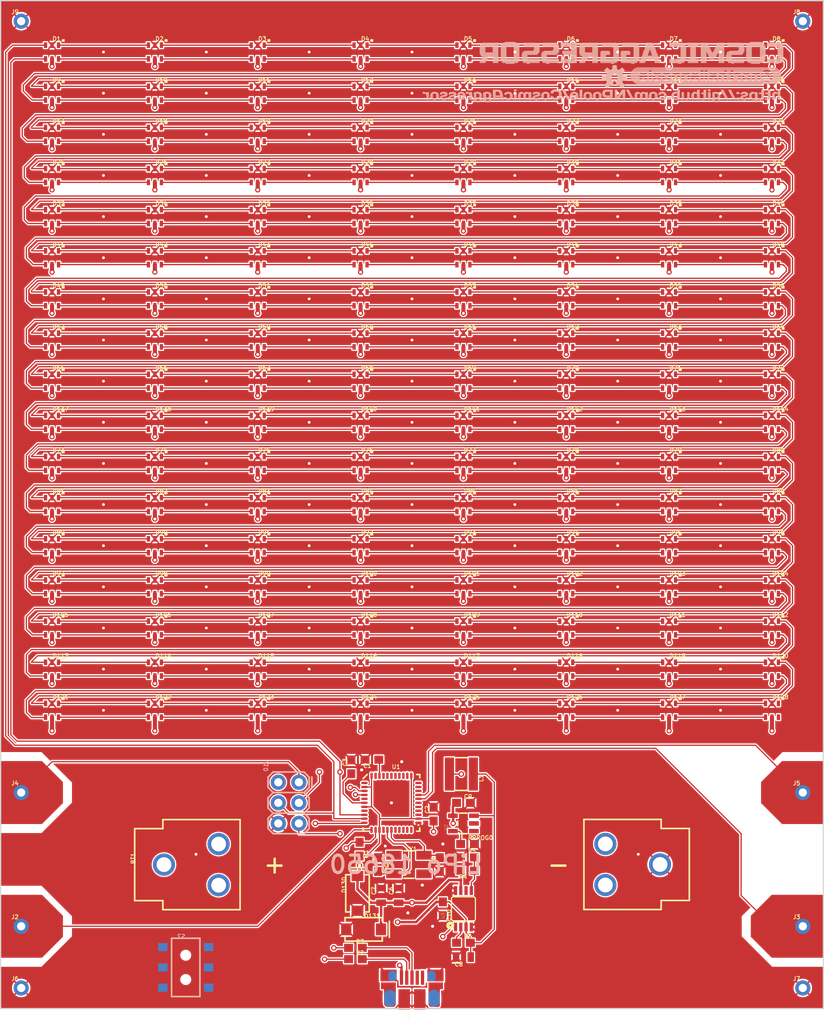
<source format=kicad_pcb>
(kicad_pcb (version 20221018) (generator pcbnew)
  (layers (0 "F.Cu" signal) (1 "In1.Cu" signal) (2 "In2.Cu" signal) (31 "B.Cu" signal) (34 "B.Paste" user) (35 "F.Paste" user) (36 "B.SilkS" user "B.Silkscreen") (37 "F.SilkS" user "F.Silkscreen") (38 "B.Mask" user) (39 "F.Mask" user) (44 "Edge.Cuts" user))
  (net 0 "")
  (net 1 "R1CK")
  (net 2 "R1DA")
  (net 3 "N$3")
  (net 4 "N$4")
  (net 5 "N$5")
  (net 6 "N$6")
  (net 7 "N$7")
  (net 8 "N$8")
  (net 9 "N$9")
  (net 10 "N$10")
  (net 11 "N$11")
  (net 12 "N$12")
  (net 13 "N$13")
  (net 14 "N$14")
  (net 15 "N$15")
  (net 16 "N$16")
  (net 17 "R2CK")
  (net 18 "R2DA")
  (net 19 "N$21")
  (net 20 "N$22")
  (net 21 "N$23")
  (net 22 "N$24")
  (net 23 "N$25")
  (net 24 "N$26")
  (net 25 "N$27")
  (net 26 "N$28")
  (net 27 "N$29")
  (net 28 "N$30")
  (net 29 "N$31")
  (net 30 "N$32")
  (net 31 "N$33")
  (net 32 "N$34")
  (net 33 "R3CK")
  (net 34 "R3DA")
  (net 35 "N$39")
  (net 36 "N$40")
  (net 37 "N$41")
  (net 38 "N$42")
  (net 39 "N$43")
  (net 40 "N$44")
  (net 41 "N$45")
  (net 42 "N$46")
  (net 43 "N$47")
  (net 44 "N$48")
  (net 45 "N$49")
  (net 46 "N$50")
  (net 47 "N$51")
  (net 48 "N$52")
  (net 49 "R4CK")
  (net 50 "R4DA")
  (net 51 "N$57")
  (net 52 "N$58")
  (net 53 "N$59")
  (net 54 "N$60")
  (net 55 "N$61")
  (net 56 "N$62")
  (net 57 "N$63")
  (net 58 "N$64")
  (net 59 "N$65")
  (net 60 "N$66")
  (net 61 "N$67")
  (net 62 "N$68")
  (net 63 "N$69")
  (net 64 "N$70")
  (net 65 "N$71")
  (net 66 "N$72")
  (net 67 "N$73")
  (net 68 "N$74")
  (net 69 "N$75")
  (net 70 "N$76")
  (net 71 "N$77")
  (net 72 "N$78")
  (net 73 "N$79")
  (net 74 "N$80")
  (net 75 "N$81")
  (net 76 "N$82")
  (net 77 "N$83")
  (net 78 "N$84")
  (net 79 "R5CK")
  (net 80 "R5DA")
  (net 81 "R6CK")
  (net 82 "R6DA")
  (net 83 "N$95")
  (net 84 "N$96")
  (net 85 "N$97")
  (net 86 "N$98")
  (net 87 "N$99")
  (net 88 "N$100")
  (net 89 "N$101")
  (net 90 "N$102")
  (net 91 "N$103")
  (net 92 "N$104")
  (net 93 "N$105")
  (net 94 "N$106")
  (net 95 "N$107")
  (net 96 "N$108")
  (net 97 "N$111")
  (net 98 "N$112")
  (net 99 "N$113")
  (net 100 "N$114")
  (net 101 "N$115")
  (net 102 "N$116")
  (net 103 "N$117")
  (net 104 "N$118")
  (net 105 "N$119")
  (net 106 "N$120")
  (net 107 "N$121")
  (net 108 "N$122")
  (net 109 "N$123")
  (net 110 "N$124")
  (net 111 "R7CK")
  (net 112 "R7DA")
  (net 113 "R8CK")
  (net 114 "R8DA")
  (net 115 "N$129")
  (net 116 "N$130")
  (net 117 "N$131")
  (net 118 "N$132")
  (net 119 "N$133")
  (net 120 "N$134")
  (net 121 "N$135")
  (net 122 "N$136")
  (net 123 "N$137")
  (net 124 "N$138")
  (net 125 "N$139")
  (net 126 "N$140")
  (net 127 "N$141")
  (net 128 "N$142")
  (net 129 "R9CK")
  (net 130 "R9DA")
  (net 131 "N$147")
  (net 132 "N$148")
  (net 133 "N$149")
  (net 134 "N$150")
  (net 135 "N$151")
  (net 136 "N$152")
  (net 137 "N$153")
  (net 138 "N$154")
  (net 139 "N$155")
  (net 140 "N$156")
  (net 141 "N$157")
  (net 142 "N$158")
  (net 143 "N$159")
  (net 144 "N$160")
  (net 145 "R10CK")
  (net 146 "R10DA")
  (net 147 "VCC")
  (net 148 "GND")
  (net 149 "N$1")
  (net 150 "N$2")
  (net 151 "N$17")
  (net 152 "N$18")
  (net 153 "N$19")
  (net 154 "N$20")
  (net 155 "N$35")
  (net 156 "N$36")
  (net 157 "N$37")
  (net 158 "N$38")
  (net 159 "N$53")
  (net 160 "N$54")
  (net 161 "N$55")
  (net 162 "N$56")
  (net 163 "N$85")
  (net 164 "N$86")
  (net 165 "N$87")
  (net 166 "N$88")
  (net 167 "N$89")
  (net 168 "N$90")
  (net 169 "N$91")
  (net 170 "N$92")
  (net 171 "N$93")
  (net 172 "N$94")
  (net 173 "N$109")
  (net 174 "N$110")
  (net 175 "N$125")
  (net 176 "N$126")
  (net 177 "N$127")
  (net 178 "N$128")
  (net 179 "N$143")
  (net 180 "N$144")
  (net 181 "N$145")
  (net 182 "N$146")
  (net 183 "N$163")
  (net 184 "N$164")
  (net 185 "N$165")
  (net 186 "N$166")
  (net 187 "N$167")
  (net 188 "N$168")
  (net 189 "N$169")
  (net 190 "N$170")
  (net 191 "N$171")
  (net 192 "N$172")
  (net 193 "N$173")
  (net 194 "N$174")
  (net 195 "N$175")
  (net 196 "N$176")
  (net 197 "N$177")
  (net 198 "N$178")
  (net 199 "N$179")
  (net 200 "N$180")
  (net 201 "N$181")
  (net 202 "N$182")
  (net 203 "N$183")
  (net 204 "N$184")
  (net 205 "N$185")
  (net 206 "N$186")
  (net 207 "N$187")
  (net 208 "N$188")
  (net 209 "N$189")
  (net 210 "N$190")
  (net 211 "N$191")
  (net 212 "N$192")
  (net 213 "N$193")
  (net 214 "N$194")
  (net 215 "N$195")
  (net 216 "N$196")
  (net 217 "N$197")
  (net 218 "N$198")
  (net 219 "N$199")
  (net 220 "N$200")
  (net 221 "N$201")
  (net 222 "N$202")
  (net 223 "N$203")
  (net 224 "N$204")
  (net 225 "N$205")
  (net 226 "N$206")
  (net 227 "N$207")
  (net 228 "N$208")
  (net 229 "N$209")
  (net 230 "N$210")
  (net 231 "N$211")
  (net 232 "N$212")
  (net 233 "N$213")
  (net 234 "N$214")
  (net 235 "N$215")
  (net 236 "N$216")
  (net 237 "N$217")
  (net 238 "N$218")
  (net 239 "N$219")
  (net 240 "N$220")
  (net 241 "N$221")
  (net 242 "N$222")
  (net 243 "N$223")
  (net 244 "N$224")
  (net 245 "N$225")
  (net 246 "N$226")
  (net 247 "R11CK")
  (net 248 "R11DA")
  (net 249 "R12CK")
  (net 250 "R12DA")
  (net 251 "R13CK")
  (net 252 "R13DA")
  (net 253 "R14CK")
  (net 254 "R14DA")
  (net 255 "R15CK")
  (net 256 "R15DA")
  (net 257 "R16CK")
  (net 258 "R16DA")
  (net 259 "R17CK")
  (net 260 "R17DA")
  (net 261 "R18CK")
  (net 262 "R18DA")
  (net 263 "N$161")
  (net 264 "N$162")
  (net 265 "N$241")
  (net 266 "N$242")
  (net 267 "N$243")
  (net 268 "N$244")
  (net 269 "N$245")
  (net 270 "N$246")
  (net 271 "N$247")
  (net 272 "N$248")
  (net 273 "N$249")
  (net 274 "N$250")
  (net 275 "N$251")
  (net 276 "N$252")
  (net 277 "~{RST}")
  (net 278 "N$227")
  (net 279 "N$231")
  (net 280 "D+")
  (net 281 "D-")
  (net 282 "N$228")
  (net 283 "N$230")
  (net 284 "N$234")
  (net 285 "N$235")
  (net 286 "FIRE1")
  (net 287 "LEFT")
  (net 288 "RIGHT")
  (net 289 "FIRE2")
  (net 290 "5VIN")
  (net 291 "VBATT")
  (net 292 "N$232")
  (net 293 "EN")
  (net 294 "N$236")
  (net 295 "N$237")
  (net 296 "N$238")
  (footprint "working:APA102-2020" (layer "F.Cu") (at 192.9511 89.7636)
    (fp_text reference "D72")
    (fp_text value "APA102-2020")
  )
  (footprint "working:APA102-2020" (layer "F.Cu") (at 142.1511 105.0036)
    (fp_text reference "D84")
    (fp_text value "APA102-2020")
  )
  (footprint "working:0603" (layer "F.Cu") (at 154.8511 141.8336)
    (fp_text reference "C9")
    (fp_text value "4.7uF")
  )
  (footprint "working:APA102-2020" (layer "F.Cu") (at 192.9511 49.1236)
    (fp_text reference "D8")
    (fp_text value "APA102-2020")
  )
  (footprint "working:APA102-2020" (layer "F.Cu") (at 167.5511 74.5236)
    (fp_text reference "D46")
    (fp_text value "APA102-2020")
  )
  (footprint "working:APA102-2020" (layer "F.Cu") (at 129.4511 89.7636)
    (fp_text reference "D67")
    (fp_text value "APA102-2020")
  )
  (footprint "working:APA102-2020" (layer "F.Cu") (at 167.5511 59.2836)
    (fp_text reference "D22")
    (fp_text value "APA102-2020")
  )
  (footprint "working:APA102-2020" (layer "F.Cu") (at 154.8511 64.3636)
    (fp_text reference "D29")
    (fp_text value "APA102-2020")
  )
  (footprint "working:APA102-2020" (layer "F.Cu") (at 142.1511 110.0836)
    (fp_text reference "D92")
    (fp_text value "APA102-2020")
  )
  (footprint "working:APA102-2020" (layer "F.Cu") (at 167.5511 130.4036)
    (fp_text reference "D126")
    (fp_text value "APA102-2020")
  )
  (footprint "working:APA102-2020" (layer "F.Cu") (at 142.1511 59.2836)
    (fp_text reference "D20")
    (fp_text value "APA102-2020")
  )
  (footprint "working:APA102-2020" (layer "F.Cu") (at 142.1511 89.7636)
    (fp_text reference "D68")
    (fp_text value "APA102-2020")
  )
  (footprint "working:APA102-2020" (layer "F.Cu") (at 116.7511 89.7636)
    (fp_text reference "D66")
    (fp_text value "APA102-2020")
  )
  (footprint "working:SOT23-5" (layer "F.Cu") (at 154.8511 144.3736 90)
    (fp_text reference "U2")
    (fp_text value "MCP73831")
  )
  (footprint "working:0603@1" (layer "F.Cu") (at 141.5161 159.7406)
    (fp_text reference "R3")
    (fp_text value "22")
  )
  (footprint "working:APA102-2020" (layer "F.Cu") (at 142.1511 79.6036)
    (fp_text reference "D52")
    (fp_text value "APA102-2020")
  )
  (footprint "working:CRYSTAL-SMD-5X3.2-4PAD" (layer "F.Cu") (at 148.1201 149.4536)
    (fp_text reference "Y1")
    (fp_text value "16MHz")
  )
  (footprint "working:APA102-2020" (layer "F.Cu") (at 180.2511 105.0036)
    (fp_text reference "D87")
    (fp_text value "APA102-2020")
  )
  (footprint "working:APA102-2020" (layer "F.Cu") (at 142.1511 120.2436)
    (fp_text reference "D108")
    (fp_text value "APA102-2020")
  )
  (footprint "working:APA102-2020" (layer "F.Cu") (at 129.4511 115.1636)
    (fp_text reference "D99")
    (fp_text value "APA102-2020")
  )
  (footprint "working:APA102-2020" (layer "F.Cu") (at 180.2511 110.0836)
    (fp_text reference "D95")
    (fp_text value "APA102-2020")
  )
  (footprint "working:APA102-2020" (layer "F.Cu") (at 116.7511 49.1236)
    (fp_text reference "D2")
    (fp_text value "APA102-2020")
  )
  (footprint "working:0603@1" (layer "F.Cu") (at 142.0241 147.5486 -90)
    (fp_text reference "R1")
    (fp_text value "10k")
  )
  (footprint "working:APA102-2020" (layer "F.Cu") (at 104.0511 84.6836)
    (fp_text reference "D57")
    (fp_text value "APA102-2020")
  )
  (footprint "working:APA102-2020" (layer "F.Cu") (at 142.1511 115.1636)
    (fp_text reference "D100")
    (fp_text value "APA102-2020")
  )
  (footprint "working:APA102-2020" (layer "F.Cu") (at 180.2511 130.4036)
    (fp_text reference "D127")
    (fp_text value "APA102-2020")
  )
  (footprint "working:BATTERY_18650-HOLDER" (layer "F.Cu") (at 148.5011 149.4536)
    (fp_text reference "BT1")
    (fp_text value "")
  )
  (footprint "working:APA102-2020" (layer "F.Cu") (at 192.9511 125.3236)
    (fp_text reference "D120")
    (fp_text value "APA102-2020")
  )
  (footprint "working:APA102-2020" (layer "F.Cu") (at 154.8511 125.3236)
    (fp_text reference "D117")
    (fp_text value "APA102-2020")
  )
  (footprint "working:APA102-2020" (layer "F.Cu") (at 167.5511 69.4436)
    (fp_text reference "D38")
    (fp_text value "APA102-2020")
  )
  (footprint "working:APA102-2020" (layer "F.Cu") (at 167.5511 115.1636)
    (fp_text reference "D102")
    (fp_text value "APA102-2020")
  )
  (footprint "working:APA102-2020" (layer "F.Cu") (at 104.0511 94.8436)
    (fp_text reference "D137")
    (fp_text value "APA102-2020")
  )
  (footprint "working:1X01NS_KIT" (layer "F.Cu") (at 100.2411 45.3136)
    (fp_text reference "J9")
    (fp_text value "")
  )
  (footprint "working:SMA-DIODE" (layer "F.Cu") (at 142.5321 157.4546)
    (fp_text reference "D131")
    (fp_text value "3A/40V/500mV")
  )
  (footprint "working:APA102-2020" (layer "F.Cu") (at 180.2511 64.3636)
    (fp_text reference "D31")
    (fp_text value "APA102-2020")
  )
  (footprint "working:APA102-2020" (layer "F.Cu") (at 154.8511 84.6836)
    (fp_text reference "D61")
    (fp_text value "APA102-2020")
  )
  (footprint "working:APA102-2020" (layer "F.Cu") (at 104.0511 59.2836)
    (fp_text reference "D17")
    (fp_text value "APA102-2020")
  )
  (footprint "working:APA102-2020" (layer "F.Cu") (at 129.4511 49.1236)
    (fp_text reference "D3")
    (fp_text value "APA102-2020")
  )
  (footprint "working:APA102-2020" (layer "F.Cu") (at 104.0511 89.7636)
    (fp_text reference "D65")
    (fp_text value "APA102-2020")
  )
  (footprint "working:APA102-2020" (layer "F.Cu") (at 104.0511 130.4036)
    (fp_text reference "D121")
    (fp_text value "APA102-2020")
  )
  (footprint "working:APA102-2020" (layer "F.Cu") (at 154.8511 69.4436)
    (fp_text reference "D37")
    (fp_text value "APA102-2020")
  )
  (footprint "working:APA102-2020" (layer "F.Cu") (at 167.5511 64.3636)
    (fp_text reference "D30")
    (fp_text value "APA102-2020")
  )
  (footprint "working:APA102-2020" (layer "F.Cu") (at 154.8511 105.0036)
    (fp_text reference "D85")
    (fp_text value "APA102-2020")
  )
  (footprint "working:APA102-2020" (layer "F.Cu") (at 180.2511 115.1636)
    (fp_text reference "D103")
    (fp_text value "APA102-2020")
  )
  (footprint "working:APA102-2020" (layer "F.Cu") (at 116.7511 115.1636)
    (fp_text reference "D98")
    (fp_text value "APA102-2020")
  )
  (footprint "working:APA102-2020" (layer "F.Cu") (at 104.0511 69.4436)
    (fp_text reference "D33")
    (fp_text value "APA102-2020")
  )
  (footprint "working:APA102-2020" (layer "F.Cu") (at 142.1511 94.8436)
    (fp_text reference "D140")
    (fp_text value "APA102-2020")
  )
  (footprint "working:APA102-2020" (layer "F.Cu") (at 180.2511 99.9236)
    (fp_text reference "D79")
    (fp_text value "APA102-2020")
  )
  (footprint "working:APA102-2020" (layer "F.Cu") (at 104.0511 74.5236)
    (fp_text reference "D41")
    (fp_text value "APA102-2020")
  )
  (footprint "working:APA102-2020" (layer "F.Cu") (at 104.0511 49.1236)
    (fp_text reference "D1")
    (fp_text value "APA102-2020")
  )
  (footprint "working:APA102-2020" (layer "F.Cu") (at 104.0511 105.0036)
    (fp_text reference "D81")
    (fp_text value "APA102-2020")
  )
  (footprint "working:APA102-2020" (layer "F.Cu") (at 154.8511 99.9236)
    (fp_text reference "D77")
    (fp_text value "APA102-2020")
  )
  (footprint "working:APA102-2020" (layer "F.Cu") (at 192.9511 69.4436)
    (fp_text reference "D40")
    (fp_text value "APA102-2020")
  )
  (footprint "working:APA102-2020" (layer "F.Cu") (at 129.4511 54.2036)
    (fp_text reference "D11")
    (fp_text value "APA102-2020")
  )
  (footprint "working:APA102-2020" (layer "F.Cu") (at 129.4511 99.9236)
    (fp_text reference "D75")
    (fp_text value "APA102-2020")
  )
  (footprint "working:APA102-2020" (layer "F.Cu") (at 129.4511 59.2836)
    (fp_text reference "D19")
    (fp_text value "APA102-2020")
  )
  (footprint "working:APA102-2020" (layer "F.Cu") (at 180.2511 74.5236)
    (fp_text reference "D47")
    (fp_text value "APA102-2020")
  )
  (footprint "working:APA102-2020" (layer "F.Cu") (at 116.7511 99.9236)
    (fp_text reference "D74")
    (fp_text value "APA102-2020")
  )
  (footprint "working:APA102-2020" (layer "F.Cu") (at 167.5511 84.6836)
    (fp_text reference "D62")
    (fp_text value "APA102-2020")
  )
  (footprint "working:APA102-2020" (layer "F.Cu") (at 104.0511 79.6036)
    (fp_text reference "D49")
    (fp_text value "APA102-2020")
  )
  (footprint "working:APA102-2020" (layer "F.Cu") (at 154.8511 110.0836)
    (fp_text reference "D93")
    (fp_text value "APA102-2020")
  )
  (footprint "working:APA102-2020" (layer "F.Cu") (at 192.9511 130.4036)
    (fp_text reference "D128")
    (fp_text value "APA102-2020")
  )
  (footprint "working:APA102-2020" (layer "F.Cu") (at 154.8511 120.2436)
    (fp_text reference "D109")
    (fp_text value "APA102-2020")
  )
  (footprint "working:APA102-2020" (layer "F.Cu") (at 154.8511 94.8436)
    (fp_text reference "D141")
    (fp_text value "APA102-2020")
  )
  (footprint "working:0603" (layer "F.Cu") (at 151.1681 143.2306 90)
    (fp_text reference "C2")
    (fp_text value "1.0uF")
  )
  (footprint "working:APA102-2020" (layer "F.Cu") (at 180.2511 94.8436)
    (fp_text reference "D143")
    (fp_text value "APA102-2020")
  )
  (footprint "working:APA102-2020" (layer "F.Cu") (at 116.7511 74.5236)
    (fp_text reference "D42")
    (fp_text value "APA102-2020")
  )
  (footprint "working:1X01NS_KIT" (layer "F.Cu") (at 100.2411 164.6936)
    (fp_text reference "J6")
    (fp_text value "")
  )
  (footprint "working:APA102-2020" (layer "F.Cu") (at 192.9511 79.6036)
    (fp_text reference "D56")
    (fp_text value "APA102-2020")
  )
  (footprint "working:0805" (layer "F.Cu") (at 154.8511 160.8836 180)
    (fp_text reference "C8")
    (fp_text value "22uF")
  )
  (footprint "working:APA102-2020" (layer "F.Cu") (at 167.5511 79.6036)
    (fp_text reference "D54")
    (fp_text value "APA102-2020")
  )
  (footprint "working:APA102-2020" (layer "F.Cu") (at 180.2511 89.7636)
    (fp_text reference "D71")
    (fp_text value "APA102-2020")
  )
  (footprint "working:APA102-2020" (layer "F.Cu") (at 129.4511 125.3236)
    (fp_text reference "D115")
    (fp_text value "APA102-2020")
  )
  (footprint "working:APA102-2020" (layer "F.Cu") (at 167.5511 99.9236)
    (fp_text reference "D78")
    (fp_text value "APA102-2020")
  )
  (footprint "working:APA102-2020" (layer "F.Cu") (at 180.2511 120.2436)
    (fp_text reference "D111")
    (fp_text value "APA102-2020")
  )
  (footprint "working:APA102-2020" (layer "F.Cu") (at 142.1511 130.4036)
    (fp_text reference "D124")
    (fp_text value "APA102-2020")
  )
  (footprint "working:APA102-2020" (layer "F.Cu") (at 116.7511 125.3236)
    (fp_text reference "D114")
    (fp_text value "APA102-2020")
  )
  (footprint "working:APA102-2020" (layer "F.Cu") (at 167.5511 120.2436)
    (fp_text reference "D110")
    (fp_text value "APA102-2020")
  )
  (footprint "working:0603" (layer "F.Cu") (at 151.9301 149.4536 90)
    (fp_text reference "C4")
    (fp_text value "18pF")
  )
  (footprint "working:0603" (layer "F.Cu") (at 141.0081 137.3886 90)
    (fp_text reference "C3")
    (fp_text value "1.0uF")
  )
  (footprint "working:APA102-2020" (layer "F.Cu") (at 116.7511 79.6036)
    (fp_text reference "D50")
    (fp_text value "APA102-2020")
  )
  (footprint "working:APA102-2020" (layer "F.Cu") (at 192.9511 94.8436)
    (fp_text reference "D144")
    (fp_text value "APA102-2020")
  )
  (footprint "working:APA102-2020" (layer "F.Cu") (at 192.9511 59.2836)
    (fp_text reference "D24")
    (fp_text value "APA102-2020")
  )
  (footprint "working:0805" (layer "F.Cu") (at 146.8501 153.2636 90)
    (fp_text reference "C6")
    (fp_text value "22uF")
  )
  (footprint "working:APA102-2020" (layer "F.Cu") (at 116.7511 64.3636)
    (fp_text reference "D26")
    (fp_text value "APA102-2020")
  )
  (footprint "working:0603" (layer "F.Cu") (at 154.8511 159.1056)
    (fp_text reference "R6")
    (fp_text value "750K")
  )
  (footprint "working:APA102-2020" (layer "F.Cu") (at 154.8511 49.1236)
    (fp_text reference "D5")
    (fp_text value "APA102-2020")
  )
  (footprint "working:APA102-2020" (layer "F.Cu") (at 129.4511 120.2436)
    (fp_text reference "D107")
    (fp_text value "APA102-2020")
  )
  (footprint "working:APA102-2020" (layer "F.Cu") (at 129.4511 69.4436)
    (fp_text reference "D35")
    (fp_text value "APA102-2020")
  )
  (footprint "working:APA102-2020" (layer "F.Cu") (at 142.1511 49.1236)
    (fp_text reference "D4")
    (fp_text value "APA102-2020")
  )
  (footprint "working:APA102-2020" (layer "F.Cu") (at 142.1511 99.9236)
    (fp_text reference "D76")
    (fp_text value "APA102-2020")
  )
  (footprint "working:APA102-2020" (layer "F.Cu") (at 129.4511 74.5236)
    (fp_text reference "D43")
    (fp_text value "APA102-2020")
  )
  (footprint "working:APA102-2020" (layer "F.Cu") (at 142.1511 64.3636)
    (fp_text reference "D28")
    (fp_text value "APA102-2020")
  )
  (footprint "working:APA102-2020" (layer "F.Cu") (at 180.2511 49.1236)
    (fp_text reference "D7")
    (fp_text value "APA102-2020")
  )
  (footprint "working:APA102-2020" (layer "F.Cu") (at 192.9511 115.1636)
    (fp_text reference "D104")
    (fp_text value "APA102-2020")
  )
  (footprint "working:0603" (layer "F.Cu") (at 155.3591 150.2156 180)
    (fp_text reference "R4")
    (fp_text value "750K")
  )
  (footprint "working:APA102-2020" (layer "F.Cu") (at 154.8511 74.5236)
    (fp_text reference "D45")
    (fp_text value "APA102-2020")
  )
  (footprint "working:APA102-2020" (layer "F.Cu") (at 154.8511 115.1636)
    (fp_text reference "D101")
    (fp_text value "APA102-2020")
  )
  (footprint "working:APA102-2020" (layer "F.Cu") (at 180.2511 84.6836)
    (fp_text reference "D63")
    (fp_text value "APA102-2020")
  )
  (footprint "working:APA102-2020" (layer "F.Cu") (at 116.7511 110.0836)
    (fp_text reference "D90")
    (fp_text value "APA102-2020")
  )
  (footprint "working:APA102-2020" (layer "F.Cu") (at 116.7511 130.4036)
    (fp_text reference "D122")
    (fp_text value "APA102-2020")
  )
  (footprint "working:1X01NS_KIT" (layer "F.Cu") (at 196.7611 140.5636)
    (fp_text reference "J5")
    (fp_text value "")
  )
  (footprint "working:1X01NS_KIT" (layer "F.Cu") (at 196.7611 45.3136)
    (fp_text reference "J8")
    (fp_text value "")
  )
  (footprint "working:0603" (layer "F.Cu") (at 155.3591 146.9136)
    (fp_text reference "RPROG0")
    (fp_text value "2.0k")
  )
  (footprint "working:1X01NS_KIT" (layer "F.Cu") (at 100.2411 140.5636)
    (fp_text reference "J4")
    (fp_text value "")
  )
  (footprint "working:APA102-2020" (layer "F.Cu") (at 142.1511 84.6836)
    (fp_text reference "D60")
    (fp_text value "APA102-2020")
  )
  (footprint "working:APA102-2020" (layer "F.Cu") (at 129.4511 79.6036)
    (fp_text reference "D51")
    (fp_text value "APA102-2020")
  )
  (footprint "working:APA102-2020" (layer "F.Cu") (at 180.2511 54.2036)
    (fp_text reference "D15")
    (fp_text value "APA102-2020")
  )
  (footprint "working:0603" (layer "F.Cu") (at 144.3101 149.4536 -90)
    (fp_text reference "C5")
    (fp_text value "18pF")
  )
  (footprint "working:APA102-2020" (layer "F.Cu") (at 180.2511 79.6036)
    (fp_text reference "D55")
    (fp_text value "APA102-2020")
  )
  (footprint "working:APA102-2020" (layer "F.Cu") (at 192.9511 54.2036)
    (fp_text reference "D16")
    (fp_text value "APA102-2020")
  )
  (footprint "working:APA102-2020" (layer "F.Cu") (at 142.1511 125.3236)
    (fp_text reference "D116")
    (fp_text value "APA102-2020")
  )
  (footprint "working:APA102-2020" (layer "F.Cu") (at 192.9511 74.5236)
    (fp_text reference "D48")
    (fp_text value "APA102-2020")
  )
  (footprint "working:APA102-2020" (layer "F.Cu") (at 180.2511 69.4436)
    (fp_text reference "D39")
    (fp_text value "APA102-2020")
  )
  (footprint "working:APA102-2020" (layer "F.Cu") (at 192.9511 99.9236)
    (fp_text reference "D80")
    (fp_text value "APA102-2020")
  )
  (footprint "working:APA102-2020" (layer "F.Cu") (at 116.7511 69.4436)
    (fp_text reference "D34")
    (fp_text value "APA102-2020")
  )
  (footprint "working:1X01NS_KIT" (layer "F.Cu") (at 196.7611 164.6936)
    (fp_text reference "J7")
    (fp_text value "")
  )
  (footprint "working:APA102-2020" (layer "F.Cu") (at 180.2511 59.2836)
    (fp_text reference "D23")
    (fp_text value "APA102-2020")
  )
  (footprint "working:APA102-2020" (layer "F.Cu") (at 192.9511 64.3636)
    (fp_text reference "D32")
    (fp_text value "APA102-2020")
  )
  (footprint "working:APA102-2020" (layer "F.Cu") (at 129.4511 130.4036)
    (fp_text reference "D123")
    (fp_text value "APA102-2020")
  )
  (footprint "working:APA102-2020" (layer "F.Cu") (at 192.9511 120.2436)
    (fp_text reference "D112")
    (fp_text value "APA102-2020")
  )
  (footprint "working:APA102-2020" (layer "F.Cu") (at 142.1511 54.2036)
    (fp_text reference "D12")
    (fp_text value "APA102-2020")
  )
  (footprint "working:0603" (layer "F.Cu") (at 155.3591 148.5646)
    (fp_text reference "R5")
    (fp_text value "100k")
  )
  (footprint "working:APA102-2020" (layer "F.Cu") (at 192.9511 110.0836)
    (fp_text reference "D96")
    (fp_text value "APA102-2020")
  )
  (footprint "working:APA102-2020" (layer "F.Cu") (at 104.0511 120.2436)
    (fp_text reference "D105")
    (fp_text value "APA102-2020")
  )
  (footprint "working:APA102-2020" (layer "F.Cu") (at 116.7511 54.2036)
    (fp_text reference "D10")
    (fp_text value "APA102-2020")
  )
  (footprint "working:APA102-2020" (layer "F.Cu") (at 167.5511 94.8436)
    (fp_text reference "D142")
    (fp_text value "APA102-2020")
  )
  (footprint "working:0603" (layer "F.Cu") (at 143.5481 136.4996 180)
    (fp_text reference "C1")
    (fp_text value "0.1uF")
  )
  (footprint "working:APA102-2020" (layer "F.Cu") (at 116.7511 84.6836)
    (fp_text reference "D58")
    (fp_text value "APA102-2020")
  )
  (footprint "working:APA102-2020" (layer "F.Cu") (at 104.0511 125.3236)
    (fp_text reference "D113")
    (fp_text value "APA102-2020")
  )
  (footprint "working:APA102-2020" (layer "F.Cu") (at 104.0511 54.2036)
    (fp_text reference "D9")
    (fp_text value "APA102-2020")
  )
  (footprint "working:MSOP8" (layer "F.Cu") (at 154.8511 154.9146)
    (fp_text reference "U3")
    (fp_text value "PAM2401")
  )
  (footprint "working:0603@1" (layer "F.Cu") (at 141.5161 161.1376)
    (fp_text reference "R2")
    (fp_text value "22")
  )
  (footprint "working:APA102-2020" (layer "F.Cu") (at 104.0511 64.3636)
    (fp_text reference "D25")
    (fp_text value "APA102-2020")
  )
  (footprint "working:APA102-2020" (layer "F.Cu") (at 154.8511 130.4036)
    (fp_text reference "D125")
    (fp_text value "APA102-2020")
  )
  (footprint "working:APA102-2020" (layer "F.Cu") (at 116.7511 120.2436)
    (fp_text reference "D106")
    (fp_text value "APA102-2020")
  )
  (footprint "working:SMA-DIODE" (layer "F.Cu") (at 141.7701 153.0096 90)
    (fp_text reference "D130")
    (fp_text value "3A/40V/500mV")
  )
  (footprint "working:APA102-2020" (layer "F.Cu") (at 167.5511 110.0836)
    (fp_text reference "D94")
    (fp_text value "APA102-2020")
  )
  (footprint "working:0805" (layer "F.Cu") (at 144.6911 153.2636 90)
    (fp_text reference "C7")
    (fp_text value "22uF")
  )
  (footprint "working:APA102-2020" (layer "F.Cu") (at 154.8511 79.6036)
    (fp_text reference "D53")
    (fp_text value "APA102-2020")
  )
  (footprint "working:APA102-2020" (layer "F.Cu") (at 167.5511 105.0036)
    (fp_text reference "D86")
    (fp_text value "APA102-2020")
  )
  (footprint "working:APA102-2020" (layer "F.Cu") (at 129.4511 94.8436)
    (fp_text reference "D139")
    (fp_text value "APA102-2020")
  )
  (footprint "working:APA102-2020" (layer "F.Cu") (at 142.1511 69.4436)
    (fp_text reference "D36")
    (fp_text value "APA102-2020")
  )
  (footprint "working:APA102-2020" (layer "F.Cu") (at 167.5511 125.3236)
    (fp_text reference "D118")
    (fp_text value "APA102-2020")
  )
  (footprint "working:APA102-2020" (layer "F.Cu") (at 116.7511 59.2836)
    (fp_text reference "D18")
    (fp_text value "APA102-2020")
  )
  (footprint "working:APA102-2020" (layer "F.Cu") (at 142.1511 74.5236)
    (fp_text reference "D44")
    (fp_text value "APA102-2020")
  )
  (footprint "working:APA102-2020" (layer "F.Cu") (at 154.8511 54.2036)
    (fp_text reference "D13")
    (fp_text value "APA102-2020")
  )
  (footprint "working:APA102-2020" (layer "F.Cu") (at 192.9511 84.6836)
    (fp_text reference "D64")
    (fp_text value "APA102-2020")
  )
  (footprint "working:INDUCTOR_4X4MM" (layer "F.Cu") (at 154.5971 138.2776 -90)
    (fp_text reference "L1")
    (fp_text value "2.2UH3A")
  )
  (footprint "working:1X01NS_KIT" (layer "F.Cu") (at 100.2411 157.0736)
    (fp_text reference "J2")
    (fp_text value "")
  )
  (footprint "working:APA102-2020" (layer "F.Cu") (at 104.0511 99.9236)
    (fp_text reference "D73")
    (fp_text value "APA102-2020")
  )
  (footprint "working:APA102-2020" (layer "F.Cu") (at 129.4511 84.6836)
    (fp_text reference "D59")
    (fp_text value "APA102-2020")
  )
  (footprint "working:APA102-2020" (layer "F.Cu") (at 116.7511 94.8436)
    (fp_text reference "D138")
    (fp_text value "APA102-2020")
  )
  (footprint "working:APA102-2020" (layer "F.Cu") (at 154.8511 89.7636)
    (fp_text reference "D69")
    (fp_text value "APA102-2020")
  )
  (footprint "working:USB-MICROB-PTH-MILL" (layer "F.Cu") (at 148.5011 163.4236)
    (fp_text reference "J1")
    (fp_text value "")
  )
  (footprint "working:APA102-2020" (layer "F.Cu") (at 154.8511 59.2836)
    (fp_text reference "D21")
    (fp_text value "APA102-2020")
  )
  (footprint "working:APA102-2020" (layer "F.Cu") (at 167.5511 49.1236)
    (fp_text reference "D6")
    (fp_text value "APA102-2020")
  )
  (footprint "working:1X01NS_KIT" (layer "F.Cu") (at 196.7611 157.0736)
    (fp_text reference "J3")
    (fp_text value "")
  )
  (footprint "working:APA102-2020" (layer "F.Cu") (at 129.4511 64.3636)
    (fp_text reference "D27")
    (fp_text value "APA102-2020")
  )
  (footprint "working:APA102-2020" (layer "F.Cu") (at 116.7511 105.0036)
    (fp_text reference "D82")
    (fp_text value "APA102-2020")
  )
  (footprint "working:APA102-2020" (layer "F.Cu") (at 167.5511 89.7636)
    (fp_text reference "D70")
    (fp_text value "APA102-2020")
  )
  (footprint "working:QFN-44-NOPAD_1_1-LESS_PASTE" (layer "F.Cu") (at 145.9611 141.8336)
    (fp_text reference "U1")
    (fp_text value "32U4")
  )
  (footprint "working:APA102-2020" (layer "F.Cu") (at 180.2511 125.3236)
    (fp_text reference "D119")
    (fp_text value "APA102-2020")
  )
  (footprint "working:0603" (layer "F.Cu") (at 152.3111 154.9146 -90)
    (fp_text reference "C10")
    (fp_text value "4.7uF")
  )
  (footprint "working:APA102-2020" (layer "F.Cu") (at 129.4511 110.0836)
    (fp_text reference "D91")
    (fp_text value "APA102-2020")
  )
  (footprint "working:APA102-2020" (layer "F.Cu") (at 104.0511 110.0836)
    (fp_text reference "D89")
    (fp_text value "APA102-2020")
  )
  (footprint "working:APA102-2020" (layer "F.Cu") (at 104.0511 115.1636)
    (fp_text reference "D97")
    (fp_text value "APA102-2020")
  )
  (footprint "working:APA102-2020" (layer "F.Cu") (at 192.9511 105.0036)
    (fp_text reference "D88")
    (fp_text value "APA102-2020")
  )
  (footprint "working:APA102-2020" (layer "F.Cu") (at 129.4511 105.0036)
    (fp_text reference "D83")
    (fp_text value "APA102-2020")
  )
  (footprint "working:APA102-2020" (layer "F.Cu") (at 167.5511 54.2036)
    (fp_text reference "D14")
    (fp_text value "APA102-2020")
  )
  (footprint "working:SWITCH_DPDT_SMD_AYZ0202" (layer "B.Cu") (at 120.5611 162.1536 -90)
    (fp_text reference "S2")
    (fp_text value "")
  )
  (footprint "working:COSMIC_AGGRESSOR0" (layer "B.Cu") (at 196.7611 49.1236 180)
    (fp_text reference "U$1" hide)
    (fp_text value "" hide)
  )
  (footprint "working:2X3" (layer "B.Cu") (at 134.5311 139.2936 -90)
    (fp_text reference "J10")
    (fp_text value "AVR_SPI_PROG_3X2PTH")
  )
  (footprint "working:#NORTHALLENPOOLE1" (layer "B.Cu") (at 194.2211 52.0446 180)
    (fp_text reference "U$2" hide)
    (fp_text value "" hide)
  )
  (footprint "working:OSHW-LOGO-S" (layer "B.Cu") (at 173.5201 52.2986 180)
    (fp_text reference "U$4" hide)
    (fp_text value "" hide)
  )
  (footprint "working:HTTPS###GITHUB#COM#NPOOLE#COSMICAGGRESSOR2" (layer "B.Cu") (at 195.2371 54.4576 180)
    (fp_text reference "U$3" hide)
    (fp_text value "" hide)
  )
  (gr_line (start 199.3011 42.7736) (end 97.7011 42.7736) (stroke (width 0.1524)) (layer "Edge.Cuts"))
  (gr_line (start 199.3011 167.2336) (end 199.3011 42.7736) (stroke (width 0.1524)) (layer "Edge.Cuts"))
  (gr_line (start 97.7011 42.7736) (end 97.7011 167.2336) (stroke (width 0.1524)) (layer "Edge.Cuts"))
  (gr_line (start 97.7011 167.2336) (end 199.3011 167.2336) (stroke (width 0.1524)) (layer "Edge.Cuts"))
  (gr_text "LiPo 18650" (at 157.3911 150.7236) (layer "B.SilkS") (effects (font (size 2.159 2.159) (thickness 0.381)) (justify left bottom mirror)))
  (segment (start 99.7331 134.2136) (end 137.0711 134.2136) (width 0.1524) (layer "F.Cu") (net 1))
  (segment (start 134.5311 141.8336) (end 137.0711 139.2936) (width 0.1524) (layer "F.Cu") (net 1))
  (segment (start 139.6111 143.312469) (end 142.6246 143.312469) (width 0.1524) (layer "F.Cu") (net 1))
  (segment (start 139.6111 136.7536) (end 139.6111 138.0236) (width 0.1524) (layer "F.Cu") (net 1))
  (segment (start 137.0711 139.2936) (end 137.0711 138.0236) (width 0.1524) (layer "F.Cu") (net 1))
  (segment (start 137.0711 134.2136) (end 139.6111 136.7536) (width 0.1524) (layer "F.Cu") (net 1))
  (segment (start 98.9711 133.4516) (end 99.7331 134.2136) (width 0.1524) (layer "F.Cu") (net 1))
  (segment (start 139.6111 138.0236) (end 139.6111 143.312469) (width 0.1524) (layer "F.Cu") (net 1))
  (segment (start 98.9711 50.3936) (end 98.9711 133.4516) (width 0.1524) (layer "F.Cu") (net 1))
  (segment (start 103.2511 49.9736) (end 99.3911 49.9736) (width 0.1524) (layer "F.Cu") (net 1))
  (segment (start 99.3911 49.9736) (end 98.9711 50.3936) (width 0.1524) (layer "F.Cu") (net 1))
  (via blind (at 137.0711 138.0236) (size 0.6858) (drill 0.381) (layers "F.Cu" "In1.Cu") (net 1))
  (via blind (at 139.6111 138.0236) (size 0.6858) (drill 0.381) (layers "F.Cu" "In1.Cu") (net 1))
  (segment (start 131.9911 141.8336) (end 133.2611 143.1036) (width 0.1524) (layer "F.Cu") (net 2))
  (segment (start 138.8491 136.7536) (end 138.8491 143.1036) (width 0.1524) (layer "F.Cu") (net 2))
  (segment (start 98.3361 49.1236) (end 98.3361 133.5786) (width 0.1524) (layer "F.Cu") (net 2))
  (segment (start 138.8491 143.791335) (end 142.6246 143.791335) (width 0.1524) (layer "F.Cu") (net 2))
  (segment (start 98.3361 133.5786) (end 99.4791 134.7216) (width 0.1524) (layer "F.Cu") (net 2))
  (segment (start 136.8171 134.7216) (end 138.8491 136.7536) (width 0.1524) (layer "F.Cu") (net 2))
  (segment (start 99.4791 134.7216) (end 136.8171 134.7216) (width 0.1524) (layer "F.Cu") (net 2))
  (segment (start 99.1861 48.2736) (end 98.3361 49.1236) (width 0.1524) (layer "F.Cu") (net 2))
  (segment (start 103.2511 48.2736) (end 99.1861 48.2736) (width 0.1524) (layer "F.Cu") (net 2))
  (segment (start 133.2611 143.1036) (end 138.8491 143.1036) (width 0.1524) (layer "F.Cu") (net 2))
  (segment (start 138.8491 143.1036) (end 138.8491 143.791335) (width 0.1524) (layer "F.Cu") (net 2))
  (segment (start 104.8511 49.9736) (end 115.9511 49.9736) (width 0.1524) (layer "F.Cu") (net 3))
  (segment (start 104.8511 48.2736) (end 115.9511 48.2736) (width 0.1524) (layer "F.Cu") (net 4))
  (segment (start 117.5511 49.9736) (end 128.6511 49.9736) (width 0.1524) (layer "F.Cu") (net 5))
  (segment (start 117.5511 48.2736) (end 128.6511 48.2736) (width 0.1524) (layer "F.Cu") (net 6))
  (segment (start 130.2511 49.9736) (end 141.3511 49.9736) (width 0.1524) (layer "F.Cu") (net 7))
  (segment (start 130.2511 48.2736) (end 141.3511 48.2736) (width 0.1524) (layer "F.Cu") (net 8))
  (segment (start 142.9511 49.9736) (end 154.0511 49.9736) (width 0.1524) (layer "F.Cu") (net 9))
  (segment (start 142.9511 48.2736) (end 154.0511 48.2736) (width 0.1524) (layer "F.Cu") (net 10))
  (segment (start 166.7511 49.9736) (end 155.6511 49.9736) (width 0.1524) (layer "F.Cu") (net 11))
  (segment (start 155.6511 48.2736) (end 166.7511 48.2736) (width 0.1524) (layer "F.Cu") (net 12))
  (segment (start 168.3511 49.9736) (end 179.4511 49.9736) (width 0.1524) (layer "F.Cu") (net 13))
  (segment (start 168.3511 48.2736) (end 179.4511 48.2736) (width 0.1524) (layer "F.Cu") (net 14))
  (segment (start 181.0511 49.9736) (end 192.1511 49.9736) (width 0.1524) (layer "F.Cu") (net 15))
  (segment (start 181.0511 48.2736) (end 190.4111 48.2736) (width 0.1524) (layer "F.Cu") (net 16))
  (segment (start 190.4111 48.2736) (end 192.1511 48.2736) (width 0.1524) (layer "F.Cu") (net 16))
  (segment (start 194.6021 50.2666) (end 194.6021 51.0286) (width 0.1524) (layer "F.Cu") (net 17))
  (segment (start 193.8401 51.7906) (end 101.8921 51.7906) (width 0.1524) (layer "F.Cu") (net 17))
  (segment (start 101.8921 51.7906) (end 100.4951 53.1876) (width 0.1524) (layer "F.Cu") (net 17))
  (segment (start 101.5991 55.0536) (end 103.2511 55.0536) (width 0.1524) (layer "F.Cu") (net 17))
  (segment (start 194.6021 51.0286) (end 193.8401 51.7906) (width 0.1524) (layer "F.Cu") (net 17))
  (segment (start 194.3091 49.9736) (end 194.6021 50.2666) (width 0.1524) (layer "F.Cu") (net 17))
  (segment (start 100.4951 53.1876) (end 100.4951 53.9496) (width 0.1524) (layer "F.Cu") (net 17))
  (segment (start 193.7511 49.9736) (end 194.3091 49.9736) (width 0.1524) (layer "F.Cu") (net 17))
  (segment (start 100.4951 53.9496) (end 101.5991 55.0536) (width 0.1524) (layer "F.Cu") (net 17))
  (segment (start 101.5111 53.3146) (end 101.5501 53.3536) (width 0.1524) (layer "F.Cu") (net 18))
  (segment (start 193.7511 48.2736) (end 194.6411 48.2736) (width 0.1524) (layer "F.Cu") (net 18))
  (segment (start 194.2211 52.4256) (end 102.4001 52.4256) (width 0.1524) (layer "F.Cu") (net 18))
  (segment (start 195.4911 51.1556) (end 194.2211 52.4256) (width 0.1524) (layer "F.Cu") (net 18))
  (segment (start 194.6411 48.2736) (end 195.4911 49.1236) (width 0.1524) (layer "F.Cu") (net 18))
  (segment (start 102.4001 52.4256) (end 101.5111 53.3146) (width 0.1524) (layer "F.Cu") (net 18))
  (segment (start 195.4911 49.1236) (end 195.4911 51.1556) (width 0.1524) (layer "F.Cu") (net 18))
  (segment (start 101.5501 53.3536) (end 103.2511 53.3536) (width 0.1524) (layer "F.Cu") (net 18))
  (segment (start 104.8511 55.0536) (end 115.9511 55.0536) (width 0.1524) (layer "F.Cu") (net 19))
  (segment (start 104.8511 53.3536) (end 115.9511 53.3536) (width 0.1524) (layer "F.Cu") (net 20))
  (segment (start 117.5511 55.0536) (end 128.6511 55.0536) (width 0.1524) (layer "F.Cu") (net 21))
  (segment (start 117.5511 53.3536) (end 128.6511 53.3536) (width 0.1524) (layer "F.Cu") (net 22))
  (segment (start 130.2511 55.0536) (end 141.3511 55.0536) (width 0.1524) (layer "F.Cu") (net 23))
  (segment (start 130.2511 53.3536) (end 141.3511 53.3536) (width 0.1524) (layer "F.Cu") (net 24))
  (segment (start 142.9511 55.0536) (end 154.0511 55.0536) (width 0.1524) (layer "F.Cu") (net 25))
  (segment (start 142.9511 53.3536) (end 154.0511 53.3536) (width 0.1524) (layer "F.Cu") (net 26))
  (segment (start 155.6511 55.0536) (end 166.7511 55.0536) (width 0.1524) (layer "F.Cu") (net 27))
  (segment (start 155.6511 53.3536) (end 166.7511 53.3536) (width 0.1524) (layer "F.Cu") (net 28))
  (segment (start 168.3511 55.0536) (end 179.4511 55.0536) (width 0.1524) (layer "F.Cu") (net 29))
  (segment (start 168.3511 53.3536) (end 179.4511 53.3536) (width 0.1524) (layer "F.Cu") (net 30))
  (segment (start 181.0511 55.0536) (end 192.1511 55.0536) (width 0.1524) (layer "F.Cu") (net 31))
  (segment (start 181.0511 53.3536) (end 192.1511 53.3536) (width 0.1524) (layer "F.Cu") (net 32))
  (segment (start 194.1821 55.0536) (end 194.6021 55.4736) (width 0.1524) (layer "F.Cu") (net 33))
  (segment (start 102.0191 56.8706) (end 100.3681 58.5216) (width 0.1524) (layer "F.Cu") (net 33))
  (segment (start 194.6021 56.1086) (end 193.8401 56.8706) (width 0.1524) (layer "F.Cu") (net 33))
  (segment (start 100.3681 58.5216) (end 100.3681 59.5376) (width 0.1524) (layer "F.Cu") (net 33))
  (segment (start 193.8401 56.8706) (end 102.0191 56.8706) (width 0.1524) (layer "F.Cu") (net 33))
  (segment (start 100.9641 60.1336) (end 103.2511 60.1336) (width 0.1524) (layer "F.Cu") (net 33))
  (segment (start 100.3681 59.5376) (end 100.9641 60.1336) (width 0.1524) (layer "F.Cu") (net 33))
  (segment (start 193.7511 55.0536) (end 194.1821 55.0536) (width 0.1524) (layer "F.Cu") (net 33))
  (segment (start 194.6021 55.4736) (end 194.6021 56.1086) (width 0.1524) (layer "F.Cu") (net 33))
  (segment (start 194.2211 57.5056) (end 102.4001 57.5056) (width 0.1524) (layer "F.Cu") (net 34))
  (segment (start 193.7511 53.3536) (end 194.6411 53.3536) (width 0.1524) (layer "F.Cu") (net 34))
  (segment (start 195.4911 54.2036) (end 195.4911 56.2356) (width 0.1524) (layer "F.Cu") (net 34))
  (segment (start 102.4001 57.5056) (end 101.5111 58.3946) (width 0.1524) (layer "F.Cu") (net 34))
  (segment (start 101.5111 58.3946) (end 101.5111 58.5216) (width 0.1524) (layer "F.Cu") (net 34))
  (segment (start 194.6411 53.3536) (end 195.4911 54.2036) (width 0.1524) (layer "F.Cu") (net 34))
  (segment (start 195.4911 56.2356) (end 194.2211 57.5056) (width 0.1524) (layer "F.Cu") (net 34))
  (segment (start 101.5111 58.5216) (end 103.1631 58.5216) (width 0.1524) (layer "F.Cu") (net 34))
  (segment (start 103.1631 58.5216) (end 103.2511 58.4336) (width 0.1524) (layer "F.Cu") (net 34))
  (segment (start 104.8511 60.1336) (end 115.9511 60.1336) (width 0.1524) (layer "F.Cu") (net 35))
  (segment (start 104.8511 58.4336) (end 115.9511 58.4336) (width 0.1524) (layer "F.Cu") (net 36))
  (segment (start 117.5511 60.1336) (end 128.6511 60.1336) (width 0.1524) (layer "F.Cu") (net 37))
  (segment (start 117.5511 58.4336) (end 128.6511 58.4336) (width 0.1524) (layer "F.Cu") (net 38))
  (segment (start 130.2511 60.1336) (end 141.3511 60.1336) (width 0.1524) (layer "F.Cu") (net 39))
  (segment (start 130.2511 58.4336) (end 141.3511 58.4336) (width 0.1524) (layer "F.Cu") (net 40))
  (segment (start 142.9511 60.1336) (end 154.0511 60.1336) (width 0.1524) (layer "F.Cu") (net 41))
  (segment (start 142.9511 58.4336) (end 154.0511 58.4336) (width 0.1524) (layer "F.Cu") (net 42))
  (segment (start 155.6511 60.1336) (end 166.7511 60.1336) (width 0.1524) (layer "F.Cu") (net 43))
  (segment (start 155.6511 58.4336) (end 166.7511 58.4336) (width 0.1524) (layer "F.Cu") (net 44))
  (segment (start 168.3511 60.1336) (end 179.4511 60.1336) (width 0.1524) (layer "F.Cu") (net 45))
  (segment (start 179.4511 58.4336) (end 168.3511 58.4336) (width 0.1524) (layer "F.Cu") (net 46))
  (segment (start 192.1511 60.1336) (end 181.0511 60.1336) (width 0.1524) (layer "F.Cu") (net 47))
  (segment (start 181.0511 58.4336) (end 192.1511 58.4336) (width 0.1524) (layer "F.Cu") (net 48))
  (segment (start 101.2181 65.2136) (end 103.2511 65.2136) (width 0.1524) (layer "F.Cu") (net 49))
  (segment (start 194.3091 60.1336) (end 194.7291 60.5536) (width 0.1524) (layer "F.Cu") (net 49))
  (segment (start 194.7291 61.0616) (end 193.8401 61.9506) (width 0.1524) (layer "F.Cu") (net 49))
  (segment (start 100.6221 63.3476) (end 100.6221 64.6176) (width 0.1524) (layer "F.Cu") (net 49))
  (segment (start 100.6221 64.6176) (end 101.2181 65.2136) (width 0.1524) (layer "F.Cu") (net 49))
  (segment (start 193.8401 61.9506) (end 102.0191 61.9506) (width 0.1524) (layer "F.Cu") (net 49))
  (segment (start 102.0191 61.9506) (end 100.6221 63.3476) (width 0.1524) (layer "F.Cu") (net 49))
  (segment (start 194.7291 60.5536) (end 194.7291 61.0616) (width 0.1524) (layer "F.Cu") (net 49))
  (segment (start 193.7511 60.1336) (end 194.3091 60.1336) (width 0.1524) (layer "F.Cu") (net 49))
  (segment (start 195.4911 59.2836) (end 195.4911 61.3156) (width 0.1524) (layer "F.Cu") (net 50))
  (segment (start 195.4911 61.3156) (end 194.2211 62.5856) (width 0.1524) (layer "F.Cu") (net 50))
  (segment (start 194.2211 62.5856) (end 102.4001 62.5856) (width 0.1524) (layer "F.Cu") (net 50))
  (segment (start 194.6411 58.4336) (end 195.4911 59.2836) (width 0.1524) (layer "F.Cu") (net 50))
  (segment (start 101.5111 63.4746) (end 101.5501 63.5136) (width 0.1524) (layer "F.Cu") (net 50))
  (segment (start 102.4001 62.5856) (end 101.5111 63.4746) (width 0.1524) (layer "F.Cu") (net 50))
  (segment (start 101.5501 63.5136) (end 103.2511 63.5136) (width 0.1524) (layer "F.Cu") (net 50))
  (segment (start 193.7511 58.4336) (end 194.6411 58.4336) (width 0.1524) (layer "F.Cu") (net 50))
  (segment (start 104.8511 65.2136) (end 115.9511 65.2136) (width 0.1524) (layer "F.Cu") (net 51))
  (segment (start 104.8511 63.5136) (end 115.9511 63.5136) (width 0.1524) (layer "F.Cu") (net 52))
  (segment (start 117.5511 65.2136) (end 128.6511 65.2136) (width 0.1524) (layer "F.Cu") (net 53))
  (segment (start 117.5511 63.5136) (end 128.6511 63.5136) (width 0.1524) (layer "F.Cu") (net 54))
  (segment (start 130.2511 65.2136) (end 141.3511 65.2136) (width 0.1524) (layer "F.Cu") (net 55))
  (segment (start 130.2511 63.5136) (end 141.3511 63.5136) (width 0.1524) (layer "F.Cu") (net 56))
  (segment (start 142.9511 65.2136) (end 154.0511 65.2136) (width 0.1524) (layer "F.Cu") (net 57))
  (segment (start 142.9511 63.5136) (end 154.0511 63.5136) (width 0.1524) (layer "F.Cu") (net 58))
  (segment (start 155.6511 65.2136) (end 166.7511 65.2136) (width 0.1524) (layer "F.Cu") (net 59))
  (segment (start 155.6511 63.5136) (end 166.7511 63.5136) (width 0.1524) (layer "F.Cu") (net 60))
  (segment (start 168.3511 65.2136) (end 179.4511 65.2136) (width 0.1524) (layer "F.Cu") (net 61))
  (segment (start 179.4511 63.5136) (end 168.3511 63.5136) (width 0.1524) (layer "F.Cu") (net 62))
  (segment (start 192.1511 65.2136) (end 181.0511 65.2136) (width 0.1524) (layer "F.Cu") (net 63))
  (segment (start 181.0511 63.5136) (end 192.1511 63.5136) (width 0.1524) (layer "F.Cu") (net 64))
  (segment (start 192.1511 70.2936) (end 181.0511 70.2936) (width 0.1524) (layer "F.Cu") (net 65))
  (segment (start 181.0511 68.5936) (end 192.1511 68.5936) (width 0.1524) (layer "F.Cu") (net 66))
  (segment (start 179.4511 68.5936) (end 168.3511 68.5936) (width 0.1524) (layer "F.Cu") (net 67))
  (segment (start 168.3511 70.2936) (end 179.4511 70.2936) (width 0.1524) (layer "F.Cu") (net 68))
  (segment (start 155.6511 68.5936) (end 166.7511 68.5936) (width 0.1524) (layer "F.Cu") (net 69))
  (segment (start 155.6511 70.2936) (end 166.7511 70.2936) (width 0.1524) (layer "F.Cu") (net 70))
  (segment (start 142.9511 68.5936) (end 154.0511 68.5936) (width 0.1524) (layer "F.Cu") (net 71))
  (segment (start 142.9511 70.2936) (end 154.0511 70.2936) (width 0.1524) (layer "F.Cu") (net 72))
  (segment (start 130.2511 68.5936) (end 141.3511 68.5936) (width 0.1524) (layer "F.Cu") (net 73))
  (segment (start 130.2511 70.2936) (end 141.3511 70.2936) (width 0.1524) (layer "F.Cu") (net 74))
  (segment (start 117.5511 68.5936) (end 128.6511 68.5936) (width 0.1524) (layer "F.Cu") (net 75))
  (segment (start 117.5511 70.2936) (end 128.6511 70.2936) (width 0.1524) (layer "F.Cu") (net 76))
  (segment (start 104.8511 70.2936) (end 115.9511 70.2936) (width 0.1524) (layer "F.Cu") (net 77))
  (segment (start 104.8511 68.5936) (end 115.9511 68.5936) (width 0.1524) (layer "F.Cu") (net 78))
  (segment (start 100.6221 68.3006) (end 100.6221 69.8246) (width 0.1524) (layer "F.Cu") (net 79))
  (segment (start 193.8401 66.9036) (end 102.0191 66.9036) (width 0.1524) (layer "F.Cu") (net 79))
  (segment (start 101.0911 70.2936) (end 103.2511 70.2936) (width 0.1524) (layer "F.Cu") (net 79))
  (segment (start 102.0191 66.9036) (end 100.6221 68.3006) (width 0.1524) (layer "F.Cu") (net 79))
  (segment (start 194.3091 65.2136) (end 194.7291 65.6336) (width 0.1524) (layer "F.Cu") (net 79))
  (segment (start 194.7291 66.0146) (end 193.8401 66.9036) (width 0.1524) (layer "F.Cu") (net 79))
  (segment (start 100.6221 69.8246) (end 101.0911 70.2936) (width 0.1524) (layer "F.Cu") (net 79))
  (segment (start 194.7291 65.6336) (end 194.7291 66.0146) (width 0.1524) (layer "F.Cu") (net 79))
  (segment (start 193.7511 65.2136) (end 194.3091 65.2136) (width 0.1524) (layer "F.Cu") (net 79))
  (segment (start 193.7511 63.5136) (end 194.6411 63.5136) (width 0.1524) (layer "F.Cu") (net 80))
  (segment (start 101.5111 68.5546) (end 101.5501 68.5936) (width 0.1524) (layer "F.Cu") (net 80))
  (segment (start 194.2211 67.5386) (end 102.5271 67.5386) (width 0.1524) (layer "F.Cu") (net 80))
  (segment (start 102.5271 67.5386) (end 101.5111 68.5546) (width 0.1524) (layer "F.Cu") (net 80))
  (segment (start 101.5501 68.5936) (end 103.2511 68.5936) (width 0.1524) (layer "F.Cu") (net 80))
  (segment (start 194.6411 63.5136) (end 195.4911 64.3636) (width 0.1524) (layer "F.Cu") (net 80))
  (segment (start 195.4911 64.3636) (end 195.4911 66.2686) (width 0.1524) (layer "F.Cu") (net 80))
  (segment (start 195.4911 66.2686) (end 194.2211 67.5386) (width 0.1524) (layer "F.Cu") (net 80))
  (segment (start 193.7511 70.2936) (end 194.3091 70.2936) (width 0.1524) (layer "F.Cu") (net 81))
  (segment (start 101.7261 75.3736) (end 103.2511 75.3736) (width 0.1524) (layer "F.Cu") (net 81))
  (segment (start 194.0941 72.1106) (end 102.0191 72.1106) (width 0.1524) (layer "F.Cu") (net 81))
  (segment (start 194.7291 71.4756) (end 194.0941 72.1106) (width 0.1524) (layer "F.Cu") (net 81))
  (segment (start 102.0191 72.1106) (end 100.8761 73.2536) (width 0.1524) (layer "F.Cu") (net 81))
  (segment (start 194.3091 70.2936) (end 194.7291 70.7136) (width 0.1524) (layer "F.Cu") (net 81))
  (segment (start 100.8761 74.5236) (end 101.7261 75.3736) (width 0.1524) (layer "F.Cu") (net 81))
  (segment (start 194.7291 70.7136) (end 194.7291 71.4756) (width 0.1524) (layer "F.Cu") (net 81))
  (segment (start 100.8761 73.2536) (end 100.8761 74.5236) (width 0.1524) (layer "F.Cu") (net 81))
  (segment (start 101.5111 73.6346) (end 101.5501 73.6736) (width 0.1524) (layer "F.Cu") (net 82))
  (segment (start 102.4001 72.7456) (end 101.5111 73.6346) (width 0.1524) (layer "F.Cu") (net 82))
  (segment (start 193.7511 68.5936) (end 194.6411 68.5936) (width 0.1524) (layer "F.Cu") (net 82))
  (segment (start 195.4911 71.9836) (end 194.7291 72.7456) (width 0.1524) (layer "F.Cu") (net 82))
  (segment (start 194.7291 72.7456) (end 102.4001 72.7456) (width 0.1524) (layer "F.Cu") (net 82))
  (segment (start 194.6411 68.5936) (end 195.4911 69.4436) (width 0.1524) (layer "F.Cu") (net 82))
  (segment (start 195.4911 69.4436) (end 195.4911 71.9836) (width 0.1524) (layer "F.Cu") (net 82))
  (segment (start 101.5501 73.6736) (end 103.2511 73.6736) (width 0.1524) (layer "F.Cu") (net 82))
  (segment (start 104.8511 75.3736) (end 115.9511 75.3736) (width 0.1524) (layer "F.Cu") (net 83))
  (segment (start 104.8511 73.6736) (end 115.9511 73.6736) (width 0.1524) (layer "F.Cu") (net 84))
  (segment (start 117.5511 75.3736) (end 128.6511 75.3736) (width 0.1524) (layer "F.Cu") (net 85))
  (segment (start 117.5511 73.6736) (end 128.6511 73.6736) (width 0.1524) (layer "F.Cu") (net 86))
  (segment (start 130.2511 75.3736) (end 141.3511 75.3736) (width 0.1524) (layer "F.Cu") (net 87))
  (segment (start 130.2511 73.6736) (end 141.3511 73.6736) (width 0.1524) (layer "F.Cu") (net 88))
  (segment (start 142.9511 75.3736) (end 154.0511 75.3736) (width 0.1524) (layer "F.Cu") (net 89))
  (segment (start 142.9511 73.6736) (end 154.0511 73.6736) (width 0.1524) (layer "F.Cu") (net 90))
  (segment (start 155.6511 73.6736) (end 166.7511 73.6736) (width 0.1524) (layer "F.Cu") (net 91))
  (segment (start 155.6511 75.3736) (end 166.7511 75.3736) (width 0.1524) (layer "F.Cu") (net 92))
  (segment (start 168.3511 75.3736) (end 179.4511 75.3736) (width 0.1524) (layer "F.Cu") (net 93))
  (segment (start 179.4511 73.6736) (end 168.3511 73.6736) (width 0.1524) (layer "F.Cu") (net 94))
  (segment (start 181.0511 75.3736) (end 192.1511 75.3736) (width 0.1524) (layer "F.Cu") (net 95))
  (segment (start 181.0511 73.6736) (end 192.1511 73.6736) (width 0.1524) (layer "F.Cu") (net 96))
  (segment (start 192.1511 78.7536) (end 181.0511 78.7536) (width 0.1524) (layer "F.Cu") (net 97))
  (segment (start 181.0511 80.4536) (end 192.1511 80.4536) (width 0.1524) (layer "F.Cu") (net 98))
  (segment (start 168.3511 80.4536) (end 179.4511 80.4536) (width 0.1524) (layer "F.Cu") (net 99))
  (segment (start 179.4511 78.7536) (end 168.3511 78.7536) (width 0.1524) (layer "F.Cu") (net 100))
  (segment (start 155.6511 78.7536) (end 166.7511 78.7536) (width 0.1524) (layer "F.Cu") (net 101))
  (segment (start 155.6511 80.4536) (end 166.7511 80.4536) (width 0.1524) (layer "F.Cu") (net 102))
  (segment (start 142.9511 78.7536) (end 154.0511 78.7536) (width 0.1524) (layer "F.Cu") (net 103))
  (segment (start 142.9511 80.4536) (end 154.0511 80.4536) (width 0.1524) (layer "F.Cu") (net 104))
  (segment (start 130.2511 78.7536) (end 141.3511 78.7536) (width 0.1524) (layer "F.Cu") (net 105))
  (segment (start 130.2511 80.4536) (end 141.3511 80.4536) (width 0.1524) (layer "F.Cu") (net 106))
  (segment (start 117.5511 80.4536) (end 128.6511 80.4536) (width 0.1524) (layer "F.Cu") (net 107))
  (segment (start 117.5511 78.7536) (end 128.6511 78.7536) (width 0.1524) (layer "F.Cu") (net 108))
  (segment (start 104.8511 78.7536) (end 115.9511 78.7536) (width 0.1524) (layer "F.Cu") (net 109))
  (segment (start 104.8511 80.4536) (end 115.9511 80.4536) (width 0.1524) (layer "F.Cu") (net 110))
  (segment (start 194.3091 75.3736) (end 194.7291 75.7936) (width 0.1524) (layer "F.Cu") (net 111))
  (segment (start 193.7511 75.3736) (end 194.3091 75.3736) (width 0.1524) (layer "F.Cu") (net 111))
  (segment (start 194.7291 76.1746) (end 193.8401 77.0636) (width 0.1524) (layer "F.Cu") (net 111))
  (segment (start 102.1461 77.0636) (end 100.8761 78.3336) (width 0.1524) (layer "F.Cu") (net 111))
  (segment (start 194.7291 75.7936) (end 194.7291 76.1746) (width 0.1524) (layer "F.Cu") (net 111))
  (segment (start 100.8761 78.3336) (end 100.8761 79.8576) (width 0.1524) (layer "F.Cu") (net 111))
  (segment (start 193.8401 77.0636) (end 102.1461 77.0636) (width 0.1524) (layer "F.Cu") (net 111))
  (segment (start 101.4721 80.4536) (end 103.2511 80.4536) (width 0.1524) (layer "F.Cu") (net 111))
  (segment (start 100.8761 79.8576) (end 101.4721 80.4536) (width 0.1524) (layer "F.Cu") (net 111))
  (segment (start 101.5111 78.5876) (end 101.5111 78.7146) (width 0.1524) (layer "F.Cu") (net 112))
  (segment (start 195.4911 74.5236) (end 195.4911 76.4286) (width 0.1524) (layer "F.Cu") (net 112))
  (segment (start 101.5501 78.7536) (end 103.2511 78.7536) (width 0.1524) (layer "F.Cu") (net 112))
  (segment (start 194.6411 73.6736) (end 195.4911 74.5236) (width 0.1524) (layer "F.Cu") (net 112))
  (segment (start 101.5111 78.7146) (end 101.5501 78.7536) (width 0.1524) (layer "F.Cu") (net 112))
  (segment (start 193.7511 73.6736) (end 194.6411 73.6736) (width 0.1524) (layer "F.Cu") (net 112))
  (segment (start 194.2211 77.6986) (end 102.4001 77.6986) (width 0.1524) (layer "F.Cu") (net 112))
  (segment (start 195.4911 76.4286) (end 194.2211 77.6986) (width 0.1524) (layer "F.Cu") (net 112))
  (segment (start 102.4001 77.6986) (end 101.5111 78.5876) (width 0.1524) (layer "F.Cu") (net 112))
  (segment (start 194.6021 81.6356) (end 193.9671 82.2706) (width 0.1524) (layer "F.Cu") (net 113))
  (segment (start 101.3451 85.5336) (end 103.2511 85.5336) (width 0.1524) (layer "F.Cu") (net 113))
  (segment (start 194.6021 80.8736) (end 194.6021 81.6356) (width 0.1524) (layer "F.Cu") (net 113))
  (segment (start 193.7511 80.4536) (end 194.1821 80.4536) (width 0.1524) (layer "F.Cu") (net 113))
  (segment (start 100.8761 85.0646) (end 101.3451 85.5336) (width 0.1524) (layer "F.Cu") (net 113))
  (segment (start 100.8761 83.2866) (end 100.8761 85.0646) (width 0.1524) (layer "F.Cu") (net 113))
  (segment (start 194.1821 80.4536) (end 194.6021 80.8736) (width 0.1524) (layer "F.Cu") (net 113))
  (segment (start 101.8921 82.2706) (end 100.8761 83.2866) (width 0.1524) (layer "F.Cu") (net 113))
  (segment (start 193.9671 82.2706) (end 101.8921 82.2706) (width 0.1524) (layer "F.Cu") (net 113))
  (segment (start 194.2211 82.9056) (end 102.4001 82.9056) (width 0.1524) (layer "F.Cu") (net 114))
  (segment (start 101.5501 83.8336) (end 103.2511 83.8336) (width 0.1524) (layer "F.Cu") (net 114))
  (segment (start 101.5111 83.7946) (end 101.5501 83.8336) (width 0.1524) (layer "F.Cu") (net 114))
  (segment (start 102.4001 82.9056) (end 101.5111 83.7946) (width 0.1524) (layer "F.Cu") (net 114))
  (segment (start 193.7511 78.7536) (end 194.6411 78.7536) (width 0.1524) (layer "F.Cu") (net 114))
  (segment (start 195.4911 81.6356) (end 194.2211 82.9056) (width 0.1524) (layer "F.Cu") (net 114))
  (segment (start 195.4911 79.6036) (end 195.4911 81.6356) (width 0.1524) (layer "F.Cu") (net 114))
  (segment (start 194.6411 78.7536) (end 195.4911 79.6036) (width 0.1524) (layer "F.Cu") (net 114))
  (segment (start 104.8511 85.5336) (end 115.9511 85.5336) (width 0.1524) (layer "F.Cu") (net 115))
  (segment (start 115.9511 83.8336) (end 104.8511 83.8336) (width 0.1524) (layer "F.Cu") (net 116))
  (segment (start 117.5511 83.8336) (end 128.6511 83.8336) (width 0.1524) (layer "F.Cu") (net 117))
  (segment (start 128.6511 85.5336) (end 117.5511 85.5336) (width 0.1524) (layer "F.Cu") (net 118))
  (segment (start 130.2511 85.5336) (end 141.3511 85.5336) (width 0.1524) (layer "F.Cu") (net 119))
  (segment (start 141.3511 83.8336) (end 130.2511 83.8336) (width 0.1524) (layer "F.Cu") (net 120))
  (segment (start 142.9511 85.5336) (end 154.0511 85.5336) (width 0.1524) (layer "F.Cu") (net 121))
  (segment (start 142.9511 83.8336) (end 154.0511 83.8336) (width 0.1524) (layer "F.Cu") (net 122))
  (segment (start 155.6511 85.5336) (end 166.7511 85.5336) (width 0.1524) (layer "F.Cu") (net 123))
  (segment (start 155.6511 83.8336) (end 166.7511 83.8336) (width 0.1524) (layer "F.Cu") (net 124))
  (segment (start 179.4511 83.8336) (end 168.3511 83.8336) (width 0.1524) (layer "F.Cu") (net 125))
  (segment (start 168.3511 85.5336) (end 179.4511 85.5336) (width 0.1524) (layer "F.Cu") (net 126))
  (segment (start 181.0511 85.5336) (end 192.1511 85.5336) (width 0.1524) (layer "F.Cu") (net 127))
  (segment (start 192.1511 83.8336) (end 181.0511 83.8336) (width 0.1524) (layer "F.Cu") (net 128))
  (segment (start 193.7131 87.3506) (end 102.0191 87.3506) (width 0.1524) (layer "F.Cu") (net 129))
  (segment (start 100.8761 88.4936) (end 100.8761 90.0176) (width 0.1524) (layer "F.Cu") (net 129))
  (segment (start 194.7291 86.3346) (end 193.7131 87.3506) (width 0.1524) (layer "F.Cu") (net 129))
  (segment (start 102.0191 87.3506) (end 100.8761 88.4936) (width 0.1524) (layer "F.Cu") (net 129))
  (segment (start 194.3091 85.5336) (end 194.7291 85.9536) (width 0.1524) (layer "F.Cu") (net 129))
  (segment (start 193.7511 85.5336) (end 194.3091 85.5336) (width 0.1524) (layer "F.Cu") (net 129))
  (segment (start 101.4721 90.6136) (end 103.2511 90.6136) (width 0.1524) (layer "F.Cu") (net 129))
  (segment (start 194.7291 85.9536) (end 194.7291 86.3346) (width 0.1524) (layer "F.Cu") (net 129))
  (segment (start 100.8761 90.0176) (end 101.4721 90.6136) (width 0.1524) (layer "F.Cu") (net 129))
  (segment (start 101.5111 88.8746) (end 101.5501 88.9136) (width 0.1524) (layer "F.Cu") (net 130))
  (segment (start 195.4911 84.6836) (end 195.4911 86.7156) (width 0.1524) (layer "F.Cu") (net 130))
  (segment (start 195.4911 86.7156) (end 194.2211 87.9856) (width 0.1524) (layer "F.Cu") (net 130))
  (segment (start 101.5501 88.9136) (end 103.2511 88.9136) (width 0.1524) (layer "F.Cu") (net 130))
  (segment (start 194.2211 87.9856) (end 102.4001 87.9856) (width 0.1524) (layer "F.Cu") (net 130))
  (segment (start 194.6411 83.8336) (end 195.4911 84.6836) (width 0.1524) (layer "F.Cu") (net 130))
  (segment (start 193.7511 83.8336) (end 194.6411 83.8336) (width 0.1524) (layer "F.Cu") (net 130))
  (segment (start 102.4001 87.9856) (end 101.5111 88.8746) (width 0.1524) (layer "F.Cu") (net 130))
  (segment (start 104.8511 90.6136) (end 115.9511 90.6136) (width 0.1524) (layer "F.Cu") (net 131))
  (segment (start 115.9511 88.9136) (end 104.8511 88.9136) (width 0.1524) (layer "F.Cu") (net 132))
  (segment (start 117.5511 90.6136) (end 128.6511 90.6136) (width 0.1524) (layer "F.Cu") (net 133))
  (segment (start 128.6511 88.9136) (end 117.5511 88.9136) (width 0.1524) (layer "F.Cu") (net 134))
  (segment (start 130.2511 90.6136) (end 141.3511 90.6136) (width 0.1524) (layer "F.Cu") (net 135))
  (segment (start 141.3511 88.9136) (end 130.2511 88.9136) (width 0.1524) (layer "F.Cu") (net 136))
  (segment (start 142.9511 90.6136) (end 154.0511 90.6136) (width 0.1524) (layer "F.Cu") (net 137))
  (segment (start 154.0511 88.9136) (end 142.9511 88.9136) (width 0.1524) (layer "F.Cu") (net 138))
  (segment (start 166.7511 90.6136) (end 155.6511 90.6136) (width 0.1524) (layer "F.Cu") (net 139))
  (segment (start 155.6511 88.9136) (end 166.7511 88.9136) (width 0.1524) (layer "F.Cu") (net 140))
  (segment (start 179.4511 90.6136) (end 168.3511 90.6136) (width 0.1524) (layer "F.Cu") (net 141))
  (segment (start 168.3511 88.9136) (end 179.4511 88.9136) (width 0.1524) (layer "F.Cu") (net 142))
  (segment (start 181.0511 90.6136) (end 192.1511 90.6136) (width 0.1524) (layer "F.Cu") (net 143))
  (segment (start 192.1511 88.9136) (end 181.0511 88.9136) (width 0.1524) (layer "F.Cu") (net 144))
  (segment (start 193.7131 92.4306) (end 102.0191 92.4306) (width 0.1524) (layer "F.Cu") (net 145))
  (segment (start 102.0191 92.4306) (end 100.8761 93.5736) (width 0.1524) (layer "F.Cu") (net 145))
  (segment (start 194.7291 91.4146) (end 193.7131 92.4306) (width 0.1524) (layer "F.Cu") (net 145))
  (segment (start 194.3091 90.6136) (end 194.7291 91.0336) (width 0.1524) (layer "F.Cu") (net 145))
  (segment (start 100.8761 95.0976) (end 101.4721 95.6936) (width 0.1524) (layer "F.Cu") (net 145))
  (segment (start 193.7511 90.6136) (end 194.3091 90.6136) (width 0.1524) (layer "F.Cu") (net 145))
  (segment (start 100.8761 93.5736) (end 100.8761 95.0976) (width 0.1524) (layer "F.Cu") (net 145))
  (segment (start 101.4721 95.6936) (end 103.2511 95.6936) (width 0.1524) (layer "F.Cu") (net 145))
  (segment (start 194.7291 91.0336) (end 194.7291 91.4146) (width 0.1524) (layer "F.Cu") (net 145))
  (segment (start 102.4001 93.0656) (end 101.5111 93.9546) (width 0.1524) (layer "F.Cu") (net 146))
  (segment (start 195.4911 91.7956) (end 194.2211 93.0656) (width 0.1524) (layer "F.Cu") (net 146))
  (segment (start 101.5501 93.9936) (end 103.2511 93.9936) (width 0.1524) (layer "F.Cu") (net 146))
  (segment (start 101.5111 93.9546) (end 101.5501 93.9936) (width 0.1524) (layer "F.Cu") (net 146))
  (segment (start 193.7511 88.9136) (end 194.6411 88.9136) (width 0.1524) (layer "F.Cu") (net 146))
  (segment (start 194.6411 88.9136) (end 195.4911 89.7636) (width 0.1524) (layer "F.Cu") (net 146))
  (segment (start 195.4911 89.7636) (end 195.4911 91.7956) (width 0.1524) (layer "F.Cu") (net 146))
  (segment (start 194.2211 93.0656) (end 102.4001 93.0656) (width 0.1524) (layer "F.Cu") (net 146))
  (segment (start 116.7511 116.0136) (end 116.7511 116.9416) (width 0.508) (layer "F.Cu") (net 147))
  (segment (start 129.4511 75.3736) (end 129.4511 76.3016) (width 0.508) (layer "F.Cu") (net 147))
  (segment (start 142.1511 131.2536) (end 142.1511 132.9436) (width 0.508) (layer "F.Cu") (net 147))
  (segment (start 192.9511 121.0936) (end 192.9511 122.0216) (width 0.508) (layer "F.Cu") (net 147))
  (segment (start 143.540103 142.333604) (end 142.6246 142.333604) (width 0.1524) (layer "F.Cu") (net 147))
  (segment (start 167.5511 85.5336) (end 167.5511 86.4616) (width 0.508) (layer "F.Cu") (net 147))
  (segment (start 167.5511 100.7736) (end 167.5511 101.7016) (width 0.508) (layer "F.Cu") (net 147))
  (segment (start 129.4511 60.1336) (end 129.4511 61.0616) (width 0.508) (layer "F.Cu") (net 147))
  (segment (start 104.0511 80.4536) (end 104.0511 81.3816) (width 0.508) (layer "F.Cu") (net 147))
  (segment (start 154.8511 90.6136) (end 154.8511 91.5416) (width 0.508) (layer "F.Cu") (net 147))
  (segment (start 143.4321 154.1636) (end 141.7701 152.5016) (width 0.3048) (layer "F.Cu") (net 147))
  (segment (start 192.9511 50.9016) (end 192.9511 49.9736) (width 0.508) (layer "F.Cu") (net 147))
  (segment (start 142.6246 139.875866) (end 143.450631 139.875866) (width 0.1524) (layer "F.Cu") (net 147))
  (segment (start 116.7511 105.8536) (end 116.7511 106.7816) (width 0.508) (layer "F.Cu") (net 147))
  (segment (start 154.8511 50.9016) (end 154.8511 49.9736) (width 0.508) (layer "F.Cu") (net 147))
  (segment (start 104.0511 126.1736) (end 104.0511 127.1016) (width 0.508) (layer "F.Cu") (net 147))
  (segment (start 148.5011 154.1636) (end 150.2681 154.1636) (width 0.3048) (layer "F.Cu") (net 147))
  (segment (start 141.7701 152.5016) (end 141.7701 150.8596) (width 0.3048) (layer "F.Cu") (net 147))
  (segment (start 143.540103 142.333604) (end 143.5481 142.333604) (width 0.1524) (layer "F.Cu") (net 147))
  (segment (start 104.0511 100.7736) (end 104.0511 101.7016) (width 0.508) (layer "F.Cu") (net 147))
  (segment (start 150.878834 143.791335) (end 151.1681 144.0806) (width 0.1524) (layer "F.Cu") (net 147))
  (segment (start 167.5511 80.4536) (end 167.5511 81.3816) (width 0.508) (layer "F.Cu") (net 147))
  (segment (start 142.0241 149.5806) (end 142.0241 150.6056) (width 0.3048) (layer "F.Cu") (net 147))
  (segment (start 154.8511 126.1736) (end 154.8511 127.1016) (width 0.508) (layer "F.Cu") (net 147))
  (segment (start 144.482231 143.275732) (end 143.540103 142.333604) (width 0.1524) (layer "F.Cu") (net 147))
  (segment (start 104.0511 85.5336) (end 104.0511 86.4616) (width 0.508) (layer "F.Cu") (net 147))
  (segment (start 148.418834 138.4971) (end 148.418834 143.709069) (width 0.1524) (layer "F.Cu") (net 147))
  (segment (start 116.7511 121.0936) (end 116.7511 122.0216) (width 0.508) (layer "F.Cu") (net 147))
  (segment (start 142.1511 95.6936) (end 142.1511 96.6216) (width 0.508) (layer "F.Cu") (net 147))
  (segment (start 192.9511 116.0136) (end 192.9511 116.9416) (width 0.508) (layer "F.Cu") (net 147))
  (segment (start 104.0511 105.8536) (end 104.0511 106.7816) (width 0.508) (layer "F.Cu") (net 147))
  (segment (start 142.0241 148.3986) (end 142.9131 148.3986) (width 0.1524) (layer "F.Cu") (net 147))
  (segment (start 144.6911 154.1636) (end 143.4321 154.1636) (width 0.3048) (layer "F.Cu") (net 147))
  (segment (start 116.7511 80.4536) (end 116.7511 81.3816) (width 0.508) (layer "F.Cu") (net 147))
  (segment (start 129.4511 95.6936) (end 129.4511 96.6216) (width 0.508) (layer "F.Cu") (net 147))
  (segment (start 142.1511 110.9336) (end 142.1511 111.8616) (width 0.508) (layer "F.Cu") (net 147))
  (segment (start 144.6911 157.4456) (end 144.6821 157.4546) (width 0.3048) (layer "F.Cu") (net 147))
  (segment (start 167.5511 105.8536) (end 167.5511 106.7816) (width 0.508) (layer "F.Cu") (net 147))
  (segment (start 167.5511 65.2136) (end 167.5511 66.1416) (width 0.508) (layer "F.Cu") (net 147))
  (segment (start 180.2511 116.0136) (end 180.2511 116.9416) (width 0.508) (layer "F.Cu") (net 147))
  (segment (start 167.5511 70.2936) (end 167.5511 71.2216) (width 0.508) (layer "F.Cu") (net 147))
  (segment (start 180.2511 100.7736) (end 180.2511 101.7016) (width 0.508) (layer "F.Cu") (net 147))
  (segment (start 129.4511 121.0936) (end 129.4511 122.0216) (width 0.508) (layer "F.Cu") (net 147))
  (segment (start 104.0511 55.0536) (end 104.0511 55.9816) (width 0.508) (layer "F.Cu") (net 147))
  (segment (start 129.4511 50.9016) (end 129.4511 49.9736) (width 0.508) (layer "F.Cu") (net 147))
  (segment (start 154.8511 105.8536) (end 154.8511 106.7816) (width 0.508) (layer "F.Cu") (net 147))
  (segment (start 154.5261 151.3586) (end 154.5261 150.2326) (width 0.3048) (layer "F.Cu") (net 147))
  (segment (start 167.5511 75.3736) (end 167.5511 76.3016) (width 0.508) (layer "F.Cu") (net 147))
  (segment (start 180.2511 90.6136) (end 180.2511 91.5416) (width 0.508) (layer "F.Cu") (net 147))
  (segment (start 150.2681 154.1636) (end 153.0731 151.3586) (width 0.3048) (layer "F.Cu") (net 147))
  (segment (start 144.6911 154.1636) (end 144.6911 157.4456) (width 0.3048) (layer "F.Cu") (net 147))
  (segment (start 149.2976 143.791335) (end 148.5011 143.791335) (width 0.1524) (layer "F.Cu") (net 147))
  (segment (start 192.9511 65.2136) (end 192.9511 66.1416) (width 0.508) (layer "F.Cu") (net 147))
  (segment (start 116.7511 65.2136) (end 116.7511 66.1416) (width 0.508) (layer "F.Cu") (net 147))
  (segment (start 192.9511 90.6136) (end 192.9511 91.5416) (width 0.508) (layer "F.Cu") (net 147))
  (segment (start 104.0511 116.0136) (end 104.0511 116.9416) (width 0.508) (layer "F.Cu") (net 147))
  (segment (start 180.2511 126.1736) (end 180.2511 127.1016) (width 0.508) (layer "F.Cu") (net 147))
  (segment (start 146.8501 154.1636) (end 148.5011 154.1636) (width 0.3048) (layer "F.Cu") (net 147))
  (segment (start 129.4511 70.2936) (end 129.4511 71.2216) (width 0.508) (layer "F.Cu") (net 147))
  (segment (start 143.503365 142.288869) (end 143.5481 142.333604) (width 0.1524) (layer "F.Cu") (net 147))
  (segment (start 154.8511 85.5336) (end 154.8511 86.4616) (width 0.508) (layer "F.Cu") (net 147))
  (segment (start 142.0241 148.3986) (end 142.0241 149.5806) (width 0.3048) (layer "F.Cu") (net 147))
  (segment (start 192.9511 131.2536) (end 192.9511 132.9436) (width 0.508) (layer "F.Cu") (net 147))
  (segment (start 192.9511 80.4536) (end 192.9511 81.3816) (width 0.508) (layer "F.Cu") (net 147))
  (segment (start 144.6911 154.1636) (end 146.8501 154.1636) (width 0.3048) (layer "F.Cu") (net 147))
  (segment (start 129.4511 80.4536) (end 129.4511 81.3816) (width 0.508) (layer "F.Cu") (net 147))
  (segment (start 154.5261 152.6646) (end 154.5261 151.3586) (width 0.3048) (layer "F.Cu") (net 147))
  (segment (start 116.7511 55.0536) (end 116.7511 55.9816) (width 0.508) (layer "F.Cu") (net 147))
  (segment (start 144.482231 146.829469) (end 142.9131 148.3986) (width 0.1524) (layer "F.Cu") (net 147))
  (segment (start 153.0731 151.3586) (end 154.5261 151.3586) (width 0.3048) (layer "F.Cu") (net 147))
  (segment (start 104.0511 75.3736) (end 104.0511 76.3016) (width 0.508) (layer "F.Cu") (net 147))
  (segment (start 129.4511 90.6136) (end 129.4511 91.5416) (width 0.508) (layer "F.Cu") (net 147))
  (segment (start 167.5511 90.6136) (end 167.5511 91.5416) (width 0.508) (layer "F.Cu") (net 147))
  (segment (start 167.5511 116.0136) (end 167.5511 116.9416) (width 0.508) (layer "F.Cu") (net 147))
  (segment (start 167.5511 121.0936) (end 167.5511 122.0216) (width 0.508) (layer "F.Cu") (net 147))
  (segment (start 143.450631 139.875866) (end 143.503365 139.9286) (width 0.1524) (layer "F.Cu") (net 147))
  (segment (start 180.2511 75.3736) (end 180.2511 76.3016) (width 0.508) (layer "F.Cu") (net 147))
  (segment (start 129.4511 131.2536) (end 129.4511 132.9436) (width 0.508) (layer "F.Cu") (net 147))
  (segment (start 148.418834 143.709069) (end 148.5011 143.791335) (width 0.1524) (layer "F.Cu") (net 147))
  (segment (start 143.503365 139.9286) (end 143.503365 142.288869) (width 0.1524) (layer "F.Cu") (net 147))
  (segment (start 142.1511 65.2136) (end 142.1511 66.1416) (width 0.508) (layer "F.Cu") (net 147))
  (segment (start 192.9511 126.1736) (end 192.9511 127.1016) (width 0.508) (layer "F.Cu") (net 147))
  (segment (start 192.9511 85.5336) (end 192.9511 86.4616) (width 0.508) (layer "F.Cu") (net 147))
  (segment (start 142.1511 50.9016) (end 142.1511 49.9736) (width 0.508) (layer "F.Cu") (net 147))
  (segment (start 192.9511 95.6936) (end 192.9511 96.6216) (width 0.508) (layer "F.Cu") (net 147))
  (segment (start 154.8511 65.2136) (end 154.8511 66.1416) (width 0.508) (layer "F.Cu") (net 147))
  (segment (start 104.0511 95.6936) (end 104.0511 96.6216) (width 0.508) (layer "F.Cu") (net 147))
  (segment (start 154.8511 100.7736) (end 154.8511 101.7016) (width 0.508) (layer "F.Cu") (net 147))
  (segment (start 129.4511 65.2136) (end 129.4511 66.1416) (width 0.508) (layer "F.Cu") (net 147))
  (segment (start 142.1511 121.0936) (end 142.1511 122.0216) (width 0.508) (layer "F.Cu") (net 147))
  (segment (start 142.1511 116.0136) (end 142.1511 116.9416) (width 0.508) (layer "F.Cu") (net 147))
  (segment (start 180.2511 110.9336) (end 180.2511 111.8616) (width 0.508) (layer "F.Cu") (net 147))
  (segment (start 192.9511 110.9336) (end 192.9511 111.8616) (width 0.508) (layer "F.Cu") (net 147))
  (segment (start 167.5511 60.1336) (end 167.5511 61.0616) (width 0.508) (layer "F.Cu") (net 147))
  (segment (start 144.534965 143.791335) (end 144.482231 143.7386) (width 0.1524) (layer "F.Cu") (net 147))
  (segment (start 129.4511 85.5336) (end 129.4511 86.4616) (width 0.508) (layer "F.Cu") (net 147))
  (segment (start 143.503365 138.4971) (end 143.503365 139.9286) (width 0.1524) (layer "F.Cu") (net 147))
  (segment (start 167.5511 126.1736) (end 167.5511 127.1016) (width 0.508) (layer "F.Cu") (net 147))
  (segment (start 129.4511 55.0536) (end 129.4511 55.9816) (width 0.508) (layer "F.Cu") (net 147))
  (segment (start 180.2511 65.2136) (end 180.2511 66.1416) (width 0.508) (layer "F.Cu") (net 147))
  (segment (start 192.9511 100.7736) (end 192.9511 101.7016) (width 0.508) (layer "F.Cu") (net 147))
  (segment (start 154.8511 121.0936) (end 154.8511 122.0216) (width 0.508) (layer "F.Cu") (net 147))
  (segment (start 104.0511 60.1336) (end 104.0511 61.0616) (width 0.508) (layer "F.Cu") (net 147))
  (segment (start 192.9511 70.2936) (end 192.9511 71.2216) (width 0.508) (layer "F.Cu") (net 147))
  (segment (start 148.5011 143.791335) (end 144.534965 143.791335) (width 0.1524) (layer "F.Cu") (net 147))
  (segment (start 104.0511 65.2136) (end 104.0511 66.1416) (width 0.508) (layer "F.Cu") (net 147))
  (segment (start 104.0511 90.6136) (end 104.0511 91.5416) (width 0.508) (layer "F.Cu") (net 147))
  (segment (start 116.7511 126.1736) (end 116.7511 127.1016) (width 0.508) (layer "F.Cu") (net 147))
  (segment (start 167.5511 95.6936) (end 167.5511 96.6216) (width 0.508) (layer "F.Cu") (net 147))
  (segment (start 180.2511 70.2936) (end 180.2511 71.2216) (width 0.508) (layer "F.Cu") (net 147))
  (segment (start 154.8511 116.0136) (end 154.8511 116.9416) (width 0.508) (layer "F.Cu") (net 147))
  (segment (start 180.2511 105.8536) (end 180.2511 106.7816) (width 0.508) (layer "F.Cu") (net 147))
  (segment (start 154.8511 55.0536) (end 154.8511 55.9816) (width 0.508) (layer "F.Cu") (net 147))
  (segment (start 116.7511 60.1336) (end 116.7511 61.0616) (width 0.508) (layer "F.Cu") (net 147))
  (segment (start 129.4511 126.1736) (end 129.4511 127.1016) (width 0.508) (layer "F.Cu") (net 147))
  (segment (start 144.482231 145.1701) (end 144.482231 143.7386) (width 0.1524) (layer "F.Cu") (net 147))
  (segment (start 180.2511 60.1336) (end 180.2511 61.0616) (width 0.508) (layer "F.Cu") (net 147))
  (segment (start 116.7511 131.2536) (end 116.7511 132.9436) (width 0.508) (layer "F.Cu") (net 147))
  (segment (start 104.0511 131.2536) (end 104.0511 132.9436) (width 0.508) (layer "F.Cu") (net 147))
  (segment (start 104.0511 121.0936) (end 104.0511 122.0216) (width 0.508) (layer "F.Cu") (net 147))
  (segment (start 104.0511 110.9336) (end 104.0511 111.8616) (width 0.508) (layer "F.Cu") (net 147))
  (segment (start 116.7511 95.6936) (end 116.7511 96.6216) (width 0.508) (layer "F.Cu") (net 147))
  (segment (start 180.2511 80.4536) (end 180.2511 81.3816) (width 0.508) (layer "F.Cu") (net 147))
  (segment (start 180.2511 95.6936) (end 180.2511 96.6216) (width 0.508) (layer "F.Cu") (net 147))
  (segment (start 142.1511 55.0536) (end 142.1511 55.9816) (width 0.508) (layer "F.Cu") (net 147))
  (segment (start 142.1511 126.1736) (end 142.1511 127.1016) (width 0.508) (layer "F.Cu") (net 147))
  (segment (start 116.7511 90.6136) (end 116.7511 91.5416) (width 0.508) (layer "F.Cu") (net 147))
  (segment (start 180.2511 85.5336) (end 180.2511 86.4616) (width 0.508) (layer "F.Cu") (net 147))
  (segment (start 129.4511 116.0136) (end 129.4511 116.9416) (width 0.508) (layer "F.Cu") (net 147))
  (segment (start 180.2511 121.0936) (end 180.2511 122.0216) (width 0.508) (layer "F.Cu") (net 147))
  (segment (start 180.2511 55.0536) (end 180.2511 55.9816) (width 0.508) (layer "F.Cu") (net 147))
  (segment (start 116.7511 110.9336) (end 116.7511 111.8616) (width 0.508) (layer "F.Cu") (net 147))
  (segment (start 116.7511 70.2936) (end 116.7511 71.2216) (width 0.508) (layer "F.Cu") (net 147))
  (segment (start 129.4511 110.9336) (end 129.4511 111.8616) (width 0.508) (layer "F.Cu") (net 147))
  (segment (start 142.1511 100.7736) (end 142.1511 101.7016) (width 0.508) (layer "F.Cu") (net 147))
  (segment (start 154.8511 110.9336) (end 154.8511 111.8616) (width 0.508) (layer "F.Cu") (net 147))
  (segment (start 154.8511 95.6936) (end 154.8511 96.6216) (width 0.508) (layer "F.Cu") (net 147))
  (segment (start 142.0241 150.6056) (end 141.7701 150.8596) (width 0.3048) (layer "F.Cu") (net 147))
  (segment (start 167.5511 55.0536) (end 167.5511 55.9816) (width 0.508) (layer "F.Cu") (net 147))
  (segment (start 180.2511 131.2536) (end 180.2511 132.9436) (width 0.508) (layer "F.Cu") (net 147))
  (segment (start 180.2511 50.9016) (end 180.2511 49.9736) (width 0.508) (layer "F.Cu") (net 147))
  (segment (start 116.7511 85.5336) (end 116.7511 86.4616) (width 0.508) (layer "F.Cu") (net 147))
  (segment (start 192.9511 105.8536) (end 192.9511 106.7816) (width 0.508) (layer "F.Cu") (net 147))
  (segment (start 167.5511 50.9016) (end 167.5511 49.9736) (width 0.508) (layer "F.Cu") (net 147))
  (segment (start 144.482231 143.7386) (end 144.482231 143.275732) (width 0.1524) (layer "F.Cu") (net 147))
  (segment (start 142.1511 75.3736) (end 142.1511 76.3016) (width 0.508) (layer "F.Cu") (net 147))
  (segment (start 154.8511 131.2536) (end 154.8511 132.9436) (width 0.508) (layer "F.Cu") (net 147))
  (segment (start 104.0511 49.9736) (end 104.0511 50.9016) (width 0.508) (layer "F.Cu") (net 147))
  (segment (start 192.9511 75.3736) (end 192.9511 76.3016) (width 0.508) (layer "F.Cu") (net 147))
  (segment (start 144.482231 145.1701) (end 144.482231 146.829469) (width 0.1524) (layer "F.Cu") (net 147))
  (segment (start 154.8511 60.1336) (end 154.8511 61.0616) (width 0.508) (layer "F.Cu") (net 147))
  (segment (start 116.7511 75.3736) (end 116.7511 76.3016) (width 0.508) (layer "F.Cu") (net 147))
  (segment (start 104.0511 70.2936) (end 104.0511 71.2216) (width 0.508) (layer "F.Cu") (net 147))
  (segment (start 116.7511 100.7736) (end 116.7511 101.7016) (width 0.508) (layer "F.Cu") (net 147))
  (segment (start 129.4511 105.8536) (end 129.4511 106.7816) (width 0.508) (layer "F.Cu") (net 147))
  (segment (start 192.9511 60.1336) (end 192.9511 61.0616) (width 0.508) (layer "F.Cu") (net 147))
  (segment (start 142.1511 80.4536) (end 142.1511 81.3816) (width 0.508) (layer "F.Cu") (net 147))
  (segment (start 167.5511 131.2536) (end 167.5511 132.9436) (width 0.508) (layer "F.Cu") (net 147))
  (segment (start 151.1681 144.0806) (end 151.1681 145.3896) (width 0.1524) (layer "F.Cu") (net 147))
  (segment (start 154.8511 80.4536) (end 154.8511 81.3816) (width 0.508) (layer "F.Cu") (net 147))
  (segment (start 129.4511 100.7736) (end 129.4511 101.7016) (width 0.508) (layer "F.Cu") (net 147))
  (segment (start 142.1511 90.6136) (end 142.1511 91.5416) (width 0.508) (layer "F.Cu") (net 147))
  (segment (start 149.2976 143.791335) (end 150.878834 143.791335) (width 0.1524) (layer "F.Cu") (net 147))
  (segment (start 142.1511 85.5336) (end 142.1511 86.4616) (width 0.508) (layer "F.Cu") (net 147))
  (segment (start 154.8511 70.2936) (end 154.8511 71.2216) (width 0.508) (layer "F.Cu") (net 147))
  (segment (start 192.9511 55.0536) (end 192.9511 55.9816) (width 0.508) (layer "F.Cu") (net 147))
  (segment (start 142.1511 70.2936) (end 142.1511 71.2216) (width 0.508) (layer "F.Cu") (net 147))
  (segment (start 116.7511 50.9016) (end 116.7511 49.9736) (width 0.508) (layer "F.Cu") (net 147))
  (segment (start 142.1511 105.8536) (end 142.1511 106.7816) (width 0.508) (layer "F.Cu") (net 147))
  (segment (start 154.8511 75.3736) (end 154.8511 76.3016) (width 0.508) (layer "F.Cu") (net 147))
  (segment (start 142.1511 60.1336) (end 142.1511 61.0616) (width 0.508) (layer "F.Cu") (net 147))
  (segment (start 167.5511 110.9336) (end 167.5511 111.8616) (width 0.508) (layer "F.Cu") (net 147))
  (segment (start 154.5261 150.2326) (end 154.5091 150.2156) (width 0.3048) (layer "F.Cu") (net 147))
  (via blind (at 167.5511 61.0616) (size 0.6548) (drill 0.35) (layers "F.Cu" "In1.Cu") (net 147))
  (via blind (at 104.0511 132.9436) (size 0.6548) (drill 0.35) (layers "F.Cu" "In1.Cu") (net 147))
  (via blind (at 154.8511 50.9016) (size 0.6548) (drill 0.35) (layers "F.Cu" "In1.Cu") (net 147))
  (via blind (at 129.4511 96.6216) (size 0.6548) (drill 0.35) (layers "F.Cu" "In1.Cu") (net 147))
  (via blind (at 142.1511 55.9816) (size 0.6548) (drill 0.35) (layers "F.Cu" "In1.Cu") (net 147))
  (via blind (at 192.9511 61.0616) (size 0.6548) (drill 0.35) (layers "F.Cu" "In1.Cu") (net 147))
  (via blind (at 142.1511 96.6216) (size 0.6548) (drill 0.35) (layers "F.Cu" "In1.Cu") (net 147))
  (via blind (at 104.0511 66.1416) (size 0.6548) (drill 0.35) (layers "F.Cu" "In1.Cu") (net 147))
  (via blind (at 154.8511 61.0616) (size 0.6548) (drill 0.35) (layers "F.Cu" "In1.Cu") (net 147))
  (via blind (at 154.8511 76.3016) (size 0.6548) (drill 0.35) (layers "F.Cu" "In1.Cu") (net 147))
  (via blind (at 167.5511 122.0216) (size 0.6548) (drill 0.35) (layers "F.Cu" "In1.Cu") (net 147))
  (via blind (at 180.2511 111.8616) (size 0.6548) (drill 0.35) (layers "F.Cu" "In1.Cu") (net 147))
  (via blind (at 104.0511 111.8616) (size 0.6548) (drill 0.35) (layers "F.Cu" "In1.Cu") (net 147))
  (via blind (at 167.5511 66.1416) (size 0.6548) (drill 0.35) (layers "F.Cu" "In1.Cu") (net 147))
  (via blind (at 104.0511 50.9016) (size 0.6548) (drill 0.35) (layers "F.Cu" "In1.Cu") (net 147))
  (via blind (at 154.8511 91.5416) (size 0.6548) (drill 0.35) (layers "F.Cu" "In1.Cu") (net 147))
  (via blind (at 104.0511 55.9816) (size 0.6548) (drill 0.35) (layers "F.Cu" "In1.Cu") (net 147))
  (via blind (at 142.1511 127.1016) (size 0.6548) (drill 0.35) (layers "F.Cu" "In1.Cu") (net 147))
  (via blind (at 142.1511 122.0216) (size 0.6548) (drill 0.35) (layers "F.Cu" "In1.Cu") (net 147))
  (via blind (at 154.8511 116.9416) (size 0.6548) (drill 0.35) (layers "F.Cu" "In1.Cu") (net 147))
  (via blind (at 104.0511 122.0216) (size 0.6548) (drill 0.35) (layers "F.Cu" "In1.Cu") (net 147))
  (via blind (at 116.7511 81.3816) (size 0.6548) (drill 0.35) (layers "F.Cu" "In1.Cu") (net 147))
  (via blind (at 167.5511 116.9416) (size 0.6548) (drill 0.35) (layers "F.Cu" "In1.Cu") (net 147))
  (via blind (at 142.1511 71.2216) (size 0.6548) (drill 0.35) (layers "F.Cu" "In1.Cu") (net 147))
  (via blind (at 142.1511 116.9416) (size 0.6548) (drill 0.35) (layers "F.Cu" "In1.Cu") (net 147))
  (via blind (at 167.5511 76.3016) (size 0.6548) (drill 0.35) (layers "F.Cu" "In1.Cu") (net 147))
  (via blind (at 116.7511 96.6216) (size 0.6548) (drill 0.35) (layers "F.Cu" "In1.Cu") (net 147))
  (via blind (at 180.2511 66.1416) (size 0.6548) (drill 0.35) (layers "F.Cu" "In1.Cu") (net 147))
  (via blind (at 192.9511 127.1016) (size 0.6548) (drill 0.35) (layers "F.Cu" "In1.Cu") (net 147))
  (via blind (at 180.2511 50.9016) (size 0.6548) (drill 0.35) (layers "F.Cu" "In1.Cu") (net 147))
  (via blind (at 142.1511 106.7816) (size 0.6548) (drill 0.35) (layers "F.Cu" "In1.Cu") (net 147))
  (via blind (at 142.1511 81.3816) (size 0.6548) (drill 0.35) (layers "F.Cu" "In1.Cu") (net 147))
  (via blind (at 104.0511 116.9416) (size 0.6548) (drill 0.35) (layers "F.Cu" "In1.Cu") (net 147))
  (via blind (at 167.5511 91.5416) (size 0.6548) (drill 0.35) (layers "F.Cu" "In1.Cu") (net 147))
  (via blind (at 154.8511 86.4616) (size 0.6548) (drill 0.35) (layers "F.Cu" "In1.Cu") (net 147))
  (via blind (at 192.9511 101.7016) (size 0.6548) (drill 0.35) (layers "F.Cu" "In1.Cu") (net 147))
  (via blind (at 180.2511 86.4616) (size 0.6548) (drill 0.35) (layers "F.Cu" "In1.Cu") (net 147))
  (via blind (at 129.4511 101.7016) (size 0.6548) (drill 0.35) (layers "F.Cu" "In1.Cu") (net 147))
  (via blind (at 180.2511 101.7016) (size 0.6548) (drill 0.35) (layers "F.Cu" "In1.Cu") (net 147))
  (via blind (at 104.0511 76.3016) (size 0.6548) (drill 0.35) (layers "F.Cu" "In1.Cu") (net 147))
  (via blind (at 154.8511 101.7016) (size 0.6548) (drill 0.35) (layers "F.Cu" "In1.Cu") (net 147))
  (via blind (at 192.9511 106.7816) (size 0.6548) (drill 0.35) (layers "F.Cu" "In1.Cu") (net 147))
  (via blind (at 192.9511 55.9816) (size 0.6548) (drill 0.35) (layers "F.Cu" "In1.Cu") (net 147))
  (via blind (at 129.4511 55.9816) (size 0.6548) (drill 0.35) (layers "F.Cu" "In1.Cu") (net 147))
  (via blind (at 180.2511 81.3816) (size 0.6548) (drill 0.35) (layers "F.Cu" "In1.Cu") (net 147))
  (via blind (at 142.1511 101.7016) (size 0.6548) (drill 0.35) (layers "F.Cu" "In1.Cu") (net 147))
  (via blind (at 148.5011 154.1636) (size 0.6858) (drill 0.381) (layers "F.Cu" "In1.Cu") (net 147))
  (via blind (at 142.1511 111.8616) (size 0.6548) (drill 0.35) (layers "F.Cu" "In1.Cu") (net 147))
  (via blind (at 116.7511 127.1016) (size 0.6548) (drill 0.35) (layers "F.Cu" "In1.Cu") (net 147))
  (via blind (at 142.1511 76.3016) (size 0.6548) (drill 0.35) (layers "F.Cu" "In1.Cu") (net 147))
  (via blind (at 154.8511 122.0216) (size 0.6548) (drill 0.35) (layers "F.Cu" "In1.Cu") (net 147))
  (via blind (at 116.7511 71.2216) (size 0.6548) (drill 0.35) (layers "F.Cu" "In1.Cu") (net 147))
  (via blind (at 129.4511 76.3016) (size 0.6548) (drill 0.35) (layers "F.Cu" "In1.Cu") (net 147))
  (via blind (at 116.7511 116.9416) (size 0.6548) (drill 0.35) (layers "F.Cu" "In1.Cu") (net 147))
  (via blind (at 129.4511 132.9436) (size 0.6548) (drill 0.35) (layers "F.Cu" "In1.Cu") (net 147))
  (via blind (at 192.9511 71.2216) (size 0.6548) (drill 0.35) (layers "F.Cu" "In1.Cu") (net 147))
  (via blind (at 180.2511 96.6216) (size 0.6548) (drill 0.35) (layers "F.Cu" "In1.Cu") (net 147))
  (via blind (at 116.7511 132.9436) (size 0.6548) (drill 0.35) (layers "F.Cu" "In1.Cu") (net 147))
  (via blind (at 142.1511 91.5416) (size 0.6548) (drill 0.35) (layers "F.Cu" "In1.Cu") (net 147))
  (via blind (at 180.2511 76.3016) (size 0.6548) (drill 0.35) (layers "F.Cu" "In1.Cu") (net 147))
  (via blind (at 167.5511 81.3816) (size 0.6548) (drill 0.35) (layers "F.Cu" "In1.Cu") (net 147))
  (via blind (at 104.0511 61.0616) (size 0.6548) (drill 0.35) (layers "F.Cu" "In1.Cu") (net 147))
  (via blind (at 154.8511 106.7816) (size 0.6548) (drill 0.35) (layers "F.Cu" "In1.Cu") (net 147))
  (via blind (at 180.2511 127.1016) (size 0.6548) (drill 0.35) (layers "F.Cu" "In1.Cu") (net 147))
  (via blind (at 104.0511 86.4616) (size 0.6548) (drill 0.35) (layers "F.Cu" "In1.Cu") (net 147))
  (via blind (at 116.7511 50.9016) (size 0.6548) (drill 0.35) (layers "F.Cu" "In1.Cu") (net 147))
  (via blind (at 180.2511 116.9416) (size 0.6548) (drill 0.35) (layers "F.Cu" "In1.Cu") (net 147))
  (via blind (at 167.5511 86.4616) (size 0.6548) (drill 0.35) (layers "F.Cu" "In1.Cu") (net 147))
  (via blind (at 116.7511 61.0616) (size 0.6548) (drill 0.35) (layers "F.Cu" "In1.Cu") (net 147))
  (via blind (at 167.5511 71.2216) (size 0.6548) (drill 0.35) (layers "F.Cu" "In1.Cu") (net 147))
  (via blind (at 104.0511 81.3816) (size 0.6548) (drill 0.35) (layers "F.Cu" "In1.Cu") (net 147))
  (via blind (at 167.5511 50.9016) (size 0.6548) (drill 0.35) (layers "F.Cu" "In1.Cu") (net 147))
  (via blind (at 129.4511 127.1016) (size 0.6548) (drill 0.35) (layers "F.Cu" "In1.Cu") (net 147))
  (via blind (at 192.9511 50.9016) (size 0.6548) (drill 0.35) (layers "F.Cu" "In1.Cu") (net 147))
  (via blind (at 192.9511 81.3816) (size 0.6548) (drill 0.35) (layers "F.Cu" "In1.Cu") (net 147))
  (via blind (at 154.8511 81.3816) (size 0.6548) (drill 0.35) (layers "F.Cu" "In1.Cu") (net 147))
  (via blind (at 142.1511 61.0616) (size 0.6548) (drill 0.35) (layers "F.Cu" "In1.Cu") (net 147))
  (via blind (at 129.4511 86.4616) (size 0.6548) (drill 0.35) (layers "F.Cu" "In1.Cu") (net 147))
  (via blind (at 180.2511 55.9816) (size 0.6548) (drill 0.35) (layers "F.Cu" "In1.Cu") (net 147))
  (via blind (at 154.8511 132.9436) (size 0.6548) (drill 0.35) (layers "F.Cu" "In1.Cu") (net 147))
  (via blind (at 129.4511 81.3816) (size 0.6548) (drill 0.35) (layers "F.Cu" "In1.Cu") (net 147))
  (via blind (at 129.4511 66.1416) (size 0.6548) (drill 0.35) (layers "F.Cu" "In1.Cu") (net 147))
  (via blind (at 142.1511 66.1416) (size 0.6548) (drill 0.35) (layers "F.Cu" "In1.Cu") (net 147))
  (via blind (at 142.0241 149.5806) (size 0.6858) (drill 0.381) (layers "F.Cu" "In1.Cu") (net 147))
  (via blind (at 129.4511 106.7816) (size 0.6548) (drill 0.35) (layers "F.Cu" "In1.Cu") (net 147))
  (via blind (at 104.0511 91.5416) (size 0.6548) (drill 0.35) (layers "F.Cu" "In1.Cu") (net 147))
  (via blind (at 180.2511 132.9436) (size 0.6548) (drill 0.35) (layers "F.Cu" "In1.Cu") (net 147))
  (via blind (at 180.2511 71.2216) (size 0.6548) (drill 0.35) (layers "F.Cu" "In1.Cu") (net 147))
  (via blind (at 116.7511 55.9816) (size 0.6548) (drill 0.35) (layers "F.Cu" "In1.Cu") (net 147))
  (via blind (at 167.5511 55.9816) (size 0.6548) (drill 0.35) (layers "F.Cu" "In1.Cu") (net 147))
  (via blind (at 154.8511 127.1016) (size 0.6548) (drill 0.35) (layers "F.Cu" "In1.Cu") (net 147))
  (via blind (at 129.4511 111.8616) (size 0.6548) (drill 0.35) (layers "F.Cu" "In1.Cu") (net 147))
  (via blind (at 192.9511 96.6216) (size 0.6548) (drill 0.35) (layers "F.Cu" "In1.Cu") (net 147))
  (via blind (at 180.2511 122.0216) (size 0.6548) (drill 0.35) (layers "F.Cu" "In1.Cu") (net 147))
  (via blind (at 142.1511 50.9016) (size 0.6548) (drill 0.35) (layers "F.Cu" "In1.Cu") (net 147))
  (via blind (at 180.2511 91.5416) (size 0.6548) (drill 0.35) (layers "F.Cu" "In1.Cu") (net 147))
  (via blind (at 167.5511 101.7016) (size 0.6548) (drill 0.35) (layers "F.Cu" "In1.Cu") (net 147))
  (via blind (at 167.5511 111.8616) (size 0.6548) (drill 0.35) (layers "F.Cu" "In1.Cu") (net 147))
  (via blind (at 116.7511 66.1416) (size 0.6548) (drill 0.35) (layers "F.Cu" "In1.Cu") (net 147))
  (via blind (at 104.0511 96.6216) (size 0.6548) (drill 0.35) (layers "F.Cu" "In1.Cu") (net 147))
  (via blind (at 167.5511 132.9436) (size 0.6548) (drill 0.35) (layers "F.Cu" "In1.Cu") (net 147))
  (via blind (at 154.8511 55.9816) (size 0.6548) (drill 0.35) (layers "F.Cu" "In1.Cu") (net 147))
  (via blind (at 104.0511 101.7016) (size 0.6548) (drill 0.35) (layers "F.Cu" "In1.Cu") (net 147))
  (via blind (at 154.8511 111.8616) (size 0.6548) (drill 0.35) (layers "F.Cu" "In1.Cu") (net 147))
  (via blind (at 180.2511 61.0616) (size 0.6548) (drill 0.35) (layers "F.Cu" "In1.Cu") (net 147))
  (via blind (at 142.1511 132.9436) (size 0.6548) (drill 0.35) (layers "F.Cu" "In1.Cu") (net 147))
  (via blind (at 192.9511 86.4616) (size 0.6548) (drill 0.35) (layers "F.Cu" "In1.Cu") (net 147))
  (via blind (at 129.4511 50.9016) (size 0.6548) (drill 0.35) (layers "F.Cu" "In1.Cu") (net 147))
  (via blind (at 129.4511 116.9416) (size 0.6548) (drill 0.35) (layers "F.Cu" "In1.Cu") (net 147))
  (via blind (at 167.5511 106.7816) (size 0.6548) (drill 0.35) (layers "F.Cu" "In1.Cu") (net 147))
  (via blind (at 180.2511 106.7816) (size 0.6548) (drill 0.35) (layers "F.Cu" "In1.Cu") (net 147))
  (via blind (at 192.9511 76.3016) (size 0.6548) (drill 0.35) (layers "F.Cu" "In1.Cu") (net 147))
  (via blind (at 167.5511 127.1016) (size 0.6548) (drill 0.35) (layers "F.Cu" "In1.Cu") (net 147))
  (via blind (at 192.9511 66.1416) (size 0.6548) (drill 0.35) (layers "F.Cu" "In1.Cu") (net 147))
  (via blind (at 154.8511 71.2216) (size 0.6548) (drill 0.35) (layers "F.Cu" "In1.Cu") (net 147))
  (via blind (at 104.0511 106.7816) (size 0.6548) (drill 0.35) (layers "F.Cu" "In1.Cu") (net 147))
  (via blind (at 129.4511 71.2216) (size 0.6548) (drill 0.35) (layers "F.Cu" "In1.Cu") (net 147))
  (via blind (at 151.1681 145.3896) (size 0.6858) (drill 0.381) (layers "F.Cu" "In1.Cu") (net 147))
  (via blind (at 129.4511 122.0216) (size 0.6548) (drill 0.35) (layers "F.Cu" "In1.Cu") (net 147))
  (via blind (at 192.9511 116.9416) (size 0.6548) (drill 0.35) (layers "F.Cu" "In1.Cu") (net 147))
  (via blind (at 104.0511 127.1016) (size 0.6548) (drill 0.35) (layers "F.Cu" "In1.Cu") (net 147))
  (via blind (at 192.9511 91.5416) (size 0.6548) (drill 0.35) (layers "F.Cu" "In1.Cu") (net 147))
  (via blind (at 142.1511 86.4616) (size 0.6548) (drill 0.35) (layers "F.Cu" "In1.Cu") (net 147))
  (via blind (at 116.7511 111.8616) (size 0.6548) (drill 0.35) (layers "F.Cu" "In1.Cu") (net 147))
  (via blind (at 104.0511 71.2216) (size 0.6548) (drill 0.35) (layers "F.Cu" "In1.Cu") (net 147))
  (via blind (at 116.7511 101.7016) (size 0.6548) (drill 0.35) (layers "F.Cu" "In1.Cu") (net 147))
  (via blind (at 116.7511 106.7816) (size 0.6548) (drill 0.35) (layers "F.Cu" "In1.Cu") (net 147))
  (via blind (at 116.7511 91.5416) (size 0.6548) (drill 0.35) (layers "F.Cu" "In1.Cu") (net 147))
  (via blind (at 129.4511 61.0616) (size 0.6548) (drill 0.35) (layers "F.Cu" "In1.Cu") (net 147))
  (via blind (at 116.7511 122.0216) (size 0.6548) (drill 0.35) (layers "F.Cu" "In1.Cu") (net 147))
  (via blind (at 129.4511 91.5416) (size 0.6548) (drill 0.35) (layers "F.Cu" "In1.Cu") (net 147))
  (via blind (at 116.7511 86.4616) (size 0.6548) (drill 0.35) (layers "F.Cu" "In1.Cu") (net 147))
  (via blind (at 192.9511 111.8616) (size 0.6548) (drill 0.35) (layers "F.Cu" "In1.Cu") (net 147))
  (via blind (at 154.8511 66.1416) (size 0.6548) (drill 0.35) (layers "F.Cu" "In1.Cu") (net 147))
  (via blind (at 167.5511 96.6216) (size 0.6548) (drill 0.35) (layers "F.Cu" "In1.Cu") (net 147))
  (via blind (at 154.8511 96.6216) (size 0.6548) (drill 0.35) (layers "F.Cu" "In1.Cu") (net 147))
  (via blind (at 116.7511 76.3016) (size 0.6548) (drill 0.35) (layers "F.Cu" "In1.Cu") (net 147))
  (via blind (at 192.9511 122.0216) (size 0.6548) (drill 0.35) (layers "F.Cu" "In1.Cu") (net 147))
  (via blind (at 192.9511 132.9436) (size 0.6548) (drill 0.35) (layers "F.Cu" "In1.Cu") (net 147))
  (via blind (at 173.9011 49.1236) (size 0.6548) (drill 0.35) (layers "F.Cu" "In1.Cu") (net 148))
  (via blind (at 110.4011 84.6836) (size 0.6548) (drill 0.35) (layers "F.Cu" "In1.Cu") (net 148))
  (via blind (at 173.9011 125.3236) (size 0.6548) (drill 0.35) (layers "F.Cu" "In1.Cu") (net 148))
  (via blind (at 148.5011 99.9236) (size 0.6548) (drill 0.35) (layers "F.Cu" "In1.Cu") (net 148))
  (via blind (at 123.1011 84.6836) (size 0.6548) (drill 0.35) (layers "F.Cu" "In1.Cu") (net 148))
  (via blind (at 186.6011 115.1636) (size 0.6548) (drill 0.35) (layers "F.Cu" "In1.Cu") (net 148))
  (via blind (at 186.6011 49.1236) (size 0.6548) (drill 0.35) (layers "F.Cu" "In1.Cu") (net 148))
  (via blind (at 110.4011 125.3236) (size 0.6548) (drill 0.35) (layers "F.Cu" "In1.Cu") (net 148))
  (via blind (at 135.8011 64.3636) (size 0.6548) (drill 0.35) (layers "F.Cu" "In1.Cu") (net 148))
  (via blind (at 123.1011 69.4436) (size 0.6548) (drill 0.35) (layers "F.Cu" "In1.Cu") (net 148))
  (via blind (at 135.8011 74.5236) (size 0.6548) (drill 0.35) (layers "F.Cu" "In1.Cu") (net 148))
  (via blind (at 173.9011 84.6836) (size 0.6548) (drill 0.35) (layers "F.Cu" "In1.Cu") (net 148))
  (via blind (at 161.2011 84.6836) (size 0.6548) (drill 0.35) (layers "F.Cu" "In1.Cu") (net 148))
  (via blind (at 110.4011 59.2836) (size 0.6548) (drill 0.35) (layers "F.Cu" "In1.Cu") (net 148))
  (via blind (at 161.2011 79.6036) (size 0.6548) (drill 0.35) (layers "F.Cu" "In1.Cu") (net 148))
  (via blind (at 148.5011 49.1236) (size 0.6548) (drill 0.35) (layers "F.Cu" "In1.Cu") (net 148))
  (via blind (at 135.8011 54.2036) (size 0.6548) (drill 0.35) (layers "F.Cu" "In1.Cu") (net 148))
  (via blind (at 161.2011 54.2036) (size 0.6548) (drill 0.35) (layers "F.Cu" "In1.Cu") (net 148))
  (via blind (at 161.2011 110.0836) (size 0.6548) (drill 0.35) (layers "F.Cu" "In1.Cu") (net 148))
  (via blind (at 135.8011 99.9236) (size 0.6548) (drill 0.35) (layers "F.Cu" "In1.Cu") (net 148))
  (via blind (at 161.2011 94.8436) (size 0.6548) (drill 0.35) (layers "F.Cu" "In1.Cu") (net 148))
  (via blind (at 110.4011 54.2036) (size 0.6548) (drill 0.35) (layers "F.Cu" "In1.Cu") (net 148))
  (via blind (at 145.9611 141.8336) (size 0.6858) (drill 0.381) (layers "F.Cu" "In1.Cu") (net 148))
  (via blind (at 161.2011 64.3636) (size 0.6548) (drill 0.35) (layers "F.Cu" "In1.Cu") (net 148))
  (via blind (at 135.8011 125.3236) (size 0.6548) (drill 0.35) (layers "F.Cu" "In1.Cu") (net 148))
  (via blind (at 123.1011 64.3636) (size 0.6548) (drill 0.35) (layers "F.Cu" "In1.Cu") (net 148))
  (via blind (at 173.9011 59.2836) (size 0.6548) (drill 0.35) (layers "F.Cu" "In1.Cu") (net 148))
  (via blind (at 123.1011 54.2036) (size 0.6548) (drill 0.35) (layers "F.Cu" "In1.Cu") (net 148))
  (via blind (at 186.6011 64.3636) (size 0.6548) (drill 0.35) (layers "F.Cu" "In1.Cu") (net 148))
  (via blind (at 176.4411 148.1836) (size 0.6548) (drill 0.35) (layers "F.Cu" "In1.Cu") (net 148))
  (via blind (at 186.6011 105.0036) (size 0.6548) (drill 0.35) (layers "F.Cu" "In1.Cu") (net 148))
  (via blind (at 173.9011 74.5236) (size 0.6548) (drill 0.35) (layers "F.Cu" "In1.Cu") (net 148))
  (via blind (at 110.4011 130.4036) (size 0.6548) (drill 0.35) (layers "F.Cu" "In1.Cu") (net 148))
  (via blind (at 110.4011 120.2436) (size 0.6548) (drill 0.35) (layers "F.Cu" "In1.Cu") (net 148))
  (via blind (at 173.9011 120.2436) (size 0.6548) (drill 0.35) (layers "F.Cu" "In1.Cu") (net 148))
  (via blind (at 123.1011 49.1236) (size 0.6548) (drill 0.35) (layers "F.Cu" "In1.Cu") (net 148))
  (via blind (at 152.3111 146.9136) (size 0.6858) (drill 0.381) (layers "F.Cu" "In1.Cu") (net 148))
  (via blind (at 147.2311 136.7536) (size 0.6858) (drill 0.381) (layers "F.Cu" "In1.Cu") (net 148))
  (via blind (at 110.4011 49.1236) (size 0.6548) (drill 0.35) (layers "F.Cu" "In1.Cu") (net 148))
  (via blind (at 135.8011 110.0836) (size 0.6548) (drill 0.35) (layers "F.Cu" "In1.Cu") (net 148))
  (via blind (at 173.9011 110.0836) (size 0.6548) (drill 0.35) (layers "F.Cu" "In1.Cu") (net 148))
  (via blind (at 149.7711 151.9936) (size 0.6858) (drill 0.381) (layers "F.Cu" "In1.Cu") (net 148))
  (via blind (at 173.9011 79.6036) (size 0.6548) (drill 0.35) (layers "F.Cu" "In1.Cu") (net 148))
  (via blind (at 186.6011 110.0836) (size 0.6548) (drill 0.35) (layers "F.Cu" "In1.Cu") (net 148))
  (via blind (at 186.6011 79.6036) (size 0.6548) (drill 0.35) (layers "F.Cu" "In1.Cu") (net 148))
  (via blind (at 110.4011 94.8436) (size 0.6548) (drill 0.35) (layers "F.Cu" "In1.Cu") (net 148))
  (via blind (at 148.5011 105.0036) (size 0.6548) (drill 0.35) (layers "F.Cu" "In1.Cu") (net 148))
  (via blind (at 135.8011 105.0036) (size 0.6548) (drill 0.35) (layers "F.Cu" "In1.Cu") (net 148))
  (via blind (at 186.6011 74.5236) (size 0.6548) (drill 0.35) (layers "F.Cu" "In1.Cu") (net 148))
  (via blind (at 161.2011 89.7636) (size 0.6548) (drill 0.35) (layers "F.Cu" "In1.Cu") (net 148))
  (via blind (at 186.6011 59.2836) (size 0.6548) (drill 0.35) (layers "F.Cu" "In1.Cu") (net 148))
  (via blind (at 110.4011 64.3636) (size 0.6548) (drill 0.35) (layers "F.Cu" "In1.Cu") (net 148))
  (via blind (at 173.9011 89.7636) (size 0.6548) (drill 0.35) (layers "F.Cu" "In1.Cu") (net 148))
  (via blind (at 161.2011 120.2436) (size 0.6548) (drill 0.35) (layers "F.Cu" "In1.Cu") (net 148))
  (via blind (at 123.1011 120.2436) (size 0.6548) (drill 0.35) (layers "F.Cu" "In1.Cu") (net 148))
  (via blind (at 173.9011 130.4036) (size 0.6548) (drill 0.35) (layers "F.Cu" "In1.Cu") (net 148))
  (via blind (at 142.2781 137.7696) (size 0.6858) (drill 0.381) (layers "F.Cu" "In1.Cu") (net 148))
  (via blind (at 148.5011 130.4036) (size 0.6548) (drill 0.35) (layers "F.Cu" "In1.Cu") (net 148))
  (via blind (at 145.1991 147.1676) (size 0.6548) (drill 0.35) (layers "F.Cu" "In1.Cu") (net 148))
  (via blind (at 173.9011 115.1636) (size 0.6548) (drill 0.35) (layers "F.Cu" "In1.Cu") (net 148))
  (via blind (at 173.9011 69.4436) (size 0.6548) (drill 0.35) (layers "F.Cu" "In1.Cu") (net 148))
  (via blind (at 161.2011 69.4436) (size 0.6548) (drill 0.35) (layers "F.Cu" "In1.Cu") (net 148))
  (via blind (at 110.4011 115.1636) (size 0.6548) (drill 0.35) (layers "F.Cu" "In1.Cu") (net 148))
  (via blind (at 161.2011 49.1236) (size 0.6548) (drill 0.35) (layers "F.Cu" "In1.Cu") (net 148))
  (via blind (at 148.5011 115.1636) (size 0.6548) (drill 0.35) (layers "F.Cu" "In1.Cu") (net 148))
  (via blind (at 161.2011 74.5236) (size 0.6548) (drill 0.35) (layers "F.Cu" "In1.Cu") (net 148))
  (via blind (at 123.1011 94.8436) (size 0.6548) (drill 0.35) (layers "F.Cu" "In1.Cu") (net 148))
  (via blind (at 135.8011 84.6836) (size 0.6548) (drill 0.35) (layers "F.Cu" "In1.Cu") (net 148))
  (via blind (at 151.0411 157.0736) (size 0.6858) (drill 0.381) (layers "F.Cu" "In1.Cu") (net 148))
  (via blind (at 148.5011 84.6836) (size 0.6548) (drill 0.35) (layers "F.Cu" "In1.Cu") (net 148))
  (via blind (at 173.9011 64.3636) (size 0.6548) (drill 0.35) (layers "F.Cu" "In1.Cu") (net 148))
  (via blind (at 135.8011 94.8436) (size 0.6548) (drill 0.35) (layers "F.Cu" "In1.Cu") (net 148))
  (via blind (at 135.8011 79.6036) (size 0.6548) (drill 0.35) (layers "F.Cu" "In1.Cu") (net 148))
  (via blind (at 186.6011 120.2436) (size 0.6548) (drill 0.35) (layers "F.Cu" "In1.Cu") (net 148))
  (via blind (at 123.1011 59.2836) (size 0.6548) (drill 0.35) (layers "F.Cu" "In1.Cu") (net 148))
  (via blind (at 148.5011 74.5236) (size 0.6548) (drill 0.35) (layers "F.Cu" "In1.Cu") (net 148))
  (via blind (at 147.9931 155.4226) (size 0.6858) (drill 0.381) (layers "F.Cu" "In1.Cu") (net 148))
  (via blind (at 123.1011 105.0036) (size 0.6548) (drill 0.35) (layers "F.Cu" "In1.Cu") (net 148))
  (via blind (at 110.4011 89.7636) (size 0.6548) (drill 0.35) (layers "F.Cu" "In1.Cu") (net 148))
  (via blind (at 110.4011 110.0836) (size 0.6548) (drill 0.35) (layers "F.Cu" "In1.Cu") (net 148))
  (via blind (at 148.5011 120.2436) (size 0.6548) (drill 0.35) (layers "F.Cu" "In1.Cu") (net 148))
  (via blind (at 110.4011 79.6036) (size 0.6548) (drill 0.35) (layers "F.Cu" "In1.Cu") (net 148))
  (via blind (at 173.9011 99.9236) (size 0.6548) (drill 0.35) (layers "F.Cu" "In1.Cu") (net 148))
  (via blind (at 135.8011 115.1636) (size 0.6548) (drill 0.35) (layers "F.Cu" "In1.Cu") (net 148))
  (via blind (at 173.9011 94.8436) (size 0.6548) (drill 0.35) (layers "F.Cu" "In1.Cu") (net 148))
  (via blind (at 186.6011 125.3236) (size 0.6548) (drill 0.35) (layers "F.Cu" "In1.Cu") (net 148))
  (via blind (at 148.5011 69.4436) (size 0.6548) (drill 0.35) (layers "F.Cu" "In1.Cu") (net 148))
  (via blind (at 161.2011 105.0036) (size 0.6548) (drill 0.35) (layers "F.Cu" "In1.Cu") (net 148))
  (via blind (at 123.1011 89.7636) (size 0.6548) (drill 0.35) (layers "F.Cu" "In1.Cu") (net 148))
  (via blind (at 148.5011 79.6036) (size 0.6548) (drill 0.35) (layers "F.Cu" "In1.Cu") (net 148))
  (via blind (at 123.1011 110.0836) (size 0.6548) (drill 0.35) (layers "F.Cu" "In1.Cu") (net 148))
  (via blind (at 148.5011 54.2036) (size 0.6548) (drill 0.35) (layers "F.Cu" "In1.Cu") (net 148))
  (via blind (at 148.5011 110.0836) (size 0.6548) (drill 0.35) (layers "F.Cu" "In1.Cu") (net 148))
  (via blind (at 173.9011 54.2036) (size 0.6548) (drill 0.35) (layers "F.Cu" "In1.Cu") (net 148))
  (via blind (at 186.6011 84.6836) (size 0.6548) (drill 0.35) (layers "F.Cu" "In1.Cu") (net 148))
  (via blind (at 148.5011 64.3636) (size 0.6548) (drill 0.35) (layers "F.Cu" "In1.Cu") (net 148))
  (via blind (at 110.4011 74.5236) (size 0.6548) (drill 0.35) (layers "F.Cu" "In1.Cu") (net 148))
  (via blind (at 148.5011 59.2836) (size 0.6548) (drill 0.35) (layers "F.Cu" "In1.Cu") (net 148))
  (via blind (at 161.2011 130.4036) (size 0.6548) (drill 0.35) (layers "F.Cu" "In1.Cu") (net 148))
  (via blind (at 110.4011 105.0036) (size 0.6548) (drill 0.35) (layers "F.Cu" "In1.Cu") (net 148))
  (via blind (at 123.1011 79.6036) (size 0.6548) (drill 0.35) (layers "F.Cu" "In1.Cu") (net 148))
  (via blind (at 110.4011 99.9236) (size 0.6548) (drill 0.35) (layers "F.Cu" "In1.Cu") (net 148))
  (via blind (at 161.2011 115.1636) (size 0.6548) (drill 0.35) (layers "F.Cu" "In1.Cu") (net 148))
  (via blind (at 186.6011 94.8436) (size 0.6548) (drill 0.35) (layers "F.Cu" "In1.Cu") (net 148))
  (via blind (at 161.2011 59.2836) (size 0.6548) (drill 0.35) (layers "F.Cu" "In1.Cu") (net 148))
  (via blind (at 186.6011 130.4036) (size 0.6548) (drill 0.35) (layers "F.Cu" "In1.Cu") (net 148))
  (via blind (at 135.8011 120.2436) (size 0.6548) (drill 0.35) (layers "F.Cu" "In1.Cu") (net 148))
  (via blind (at 135.8011 69.4436) (size 0.6548) (drill 0.35) (layers "F.Cu" "In1.Cu") (net 148))
  (via blind (at 148.5011 94.8436) (size 0.6548) (drill 0.35) (layers "F.Cu" "In1.Cu") (net 148))
  (via blind (at 161.2011 99.9236) (size 0.6548) (drill 0.35) (layers "F.Cu" "In1.Cu") (net 148))
  (via blind (at 121.8311 148.1836) (size 0.6548) (drill 0.35) (layers "F.Cu" "In1.Cu") (net 148))
  (via blind (at 123.1011 125.3236) (size 0.6548) (drill 0.35) (layers "F.Cu" "In1.Cu") (net 148))
  (via blind (at 135.8011 59.2836) (size 0.6548) (drill 0.35) (layers "F.Cu" "In1.Cu") (net 148))
  (via blind (at 123.1011 99.9236) (size 0.6548) (drill 0.35) (layers "F.Cu" "In1.Cu") (net 148))
  (via blind (at 148.5011 89.7636) (size 0.6548) (drill 0.35) (layers "F.Cu" "In1.Cu") (net 148))
  (via blind (at 123.1011 74.5236) (size 0.6548) (drill 0.35) (layers "F.Cu" "In1.Cu") (net 148))
  (via blind (at 186.6011 99.9236) (size 0.6548) (drill 0.35) (layers "F.Cu" "In1.Cu") (net 148))
  (via blind (at 186.6011 54.2036) (size 0.6548) (drill 0.35) (layers "F.Cu" "In1.Cu") (net 148))
  (via blind (at 110.4011 69.4436) (size 0.6548) (drill 0.35) (layers "F.Cu" "In1.Cu") (net 148))
  (via blind (at 186.6011 69.4436) (size 0.6548) (drill 0.35) (layers "F.Cu" "In1.Cu") (net 148))
  (via blind (at 148.5011 125.3236) (size 0.6548) (drill 0.35) (layers "F.Cu" "In1.Cu") (net 148))
  (via blind (at 123.1011 130.4036) (size 0.6548) (drill 0.35) (layers "F.Cu" "In1.Cu") (net 148))
  (via blind (at 135.8011 49.1236) (size 0.6548) (drill 0.35) (layers "F.Cu" "In1.Cu") (net 148))
  (via blind (at 135.8011 130.4036) (size 0.6548) (drill 0.35) (layers "F.Cu" "In1.Cu") (net 148))
  (via blind (at 186.6011 89.7636) (size 0.6548) (drill 0.35) (layers "F.Cu" "In1.Cu") (net 148))
  (via blind (at 123.1011 115.1636) (size 0.6548) (drill 0.35) (layers "F.Cu" "In1.Cu") (net 148))
  (via blind (at 161.2011 125.3236) (size 0.6548) (drill 0.35) (layers "F.Cu" "In1.Cu") (net 148))
  (via blind (at 173.9011 105.0036) (size 0.6548) (drill 0.35) (layers "F.Cu" "In1.Cu") (net 148))
  (via blind (at 135.8011 89.7636) (size 0.6548) (drill 0.35) (layers "F.Cu" "In1.Cu") (net 148))
  (segment (start 115.9511 100.7736) (end 104.8511 100.7736) (width 0.1524) (layer "F.Cu") (net 149))
  (segment (start 104.8511 99.0736) (end 115.9511 99.0736) (width 0.1524) (layer "F.Cu") (net 150))
  (segment (start 117.5511 100.7736) (end 128.6511 100.7736) (width 0.1524) (layer "F.Cu") (net 151))
  (segment (start 128.6511 99.0736) (end 117.5511 99.0736) (width 0.1524) (layer "F.Cu") (net 152))
  (segment (start 141.3511 100.7736) (end 130.2511 100.7736) (width 0.1524) (layer "F.Cu") (net 153))
  (segment (start 130.2511 99.0736) (end 141.3511 99.0736) (width 0.1524) (layer "F.Cu") (net 154))
  (segment (start 154.0511 100.7736) (end 142.9511 100.7736) (width 0.1524) (layer "F.Cu") (net 155))
  (segment (start 142.9511 99.0736) (end 154.0511 99.0736) (width 0.1524) (layer "F.Cu") (net 156))
  (segment (start 166.7511 100.7736) (end 155.6511 100.7736) (width 0.1524) (layer "F.Cu") (net 157))
  (segment (start 155.6511 99.0736) (end 166.7511 99.0736) (width 0.1524) (layer "F.Cu") (net 158))
  (segment (start 168.3511 100.7736) (end 179.4511 100.7736) (width 0.1524) (layer "F.Cu") (net 159))
  (segment (start 179.4511 99.0736) (end 168.3511 99.0736) (width 0.1524) (layer "F.Cu") (net 160))
  (segment (start 192.1511 100.7736) (end 181.0511 100.7736) (width 0.1524) (layer "F.Cu") (net 161))
  (segment (start 181.0511 99.0736) (end 192.1511 99.0736) (width 0.1524) (layer "F.Cu") (net 162))
  (segment (start 115.9511 105.8536) (end 104.8511 105.8536) (width 0.1524) (layer "F.Cu") (net 163))
  (segment (start 104.8511 104.1536) (end 115.9511 104.1536) (width 0.1524) (layer "F.Cu") (net 164))
  (segment (start 117.5511 105.8536) (end 128.6511 105.8536) (width 0.1524) (layer "F.Cu") (net 165))
  (segment (start 128.6511 104.1536) (end 117.5511 104.1536) (width 0.1524) (layer "F.Cu") (net 166))
  (segment (start 141.3511 105.8536) (end 130.2511 105.8536) (width 0.1524) (layer "F.Cu") (net 167))
  (segment (start 130.2511 104.1536) (end 141.3511 104.1536) (width 0.1524) (layer "F.Cu") (net 168))
  (segment (start 154.0511 105.8536) (end 142.9511 105.8536) (width 0.1524) (layer "F.Cu") (net 169))
  (segment (start 142.9511 104.1536) (end 154.0511 104.1536) (width 0.1524) (layer "F.Cu") (net 170))
  (segment (start 166.7511 105.8536) (end 155.6511 105.8536) (width 0.1524) (layer "F.Cu") (net 171))
  (segment (start 155.6511 104.1536) (end 166.7511 104.1536) (width 0.1524) (layer "F.Cu") (net 172))
  (segment (start 168.3511 105.8536) (end 179.4511 105.8536) (width 0.1524) (layer "F.Cu") (net 173))
  (segment (start 179.4511 104.1536) (end 168.3511 104.1536) (width 0.1524) (layer "F.Cu") (net 174))
  (segment (start 192.1511 105.8536) (end 181.0511 105.8536) (width 0.1524) (layer "F.Cu") (net 175))
  (segment (start 181.0511 104.1536) (end 192.1511 104.1536) (width 0.1524) (layer "F.Cu") (net 176))
  (segment (start 115.9511 110.9336) (end 104.8511 110.9336) (width 0.1524) (layer "F.Cu") (net 177))
  (segment (start 104.8511 109.2336) (end 115.9511 109.2336) (width 0.1524) (layer "F.Cu") (net 178))
  (segment (start 117.5511 110.9336) (end 128.6511 110.9336) (width 0.1524) (layer "F.Cu") (net 179))
  (segment (start 128.6511 109.2336) (end 117.5511 109.2336) (width 0.1524) (layer "F.Cu") (net 180))
  (segment (start 141.3511 110.9336) (end 130.2511 110.9336) (width 0.1524) (layer "F.Cu") (net 181))
  (segment (start 130.2511 109.2336) (end 141.3511 109.2336) (width 0.1524) (layer "F.Cu") (net 182))
  (segment (start 154.0511 110.9336) (end 142.9511 110.9336) (width 0.1524) (layer "F.Cu") (net 183))
  (segment (start 142.9511 109.2336) (end 154.0511 109.2336) (width 0.1524) (layer "F.Cu") (net 184))
  (segment (start 166.7511 110.9336) (end 155.6511 110.9336) (width 0.1524) (layer "F.Cu") (net 185))
  (segment (start 155.6511 109.2336) (end 166.7511 109.2336) (width 0.1524) (layer "F.Cu") (net 186))
  (segment (start 168.3511 110.9336) (end 179.4511 110.9336) (width 0.1524) (layer "F.Cu") (net 187))
  (segment (start 179.4511 109.2336) (end 168.3511 109.2336) (width 0.1524) (layer "F.Cu") (net 188))
  (segment (start 192.1511 110.9336) (end 181.0511 110.9336) (width 0.1524) (layer "F.Cu") (net 189))
  (segment (start 181.0511 109.2336) (end 192.1511 109.2336) (width 0.1524) (layer "F.Cu") (net 190))
  (segment (start 115.9511 116.0136) (end 104.8511 116.0136) (width 0.1524) (layer "F.Cu") (net 191))
  (segment (start 104.8511 114.3136) (end 115.9511 114.3136) (width 0.1524) (layer "F.Cu") (net 192))
  (segment (start 117.5511 116.0136) (end 128.6511 116.0136) (width 0.1524) (layer "F.Cu") (net 193))
  (segment (start 128.6511 114.3136) (end 117.5511 114.3136) (width 0.1524) (layer "F.Cu") (net 194))
  (segment (start 141.3511 116.0136) (end 130.2511 116.0136) (width 0.1524) (layer "F.Cu") (net 195))
  (segment (start 130.2511 114.3136) (end 141.3511 114.3136) (width 0.1524) (layer "F.Cu") (net 196))
  (segment (start 154.0511 116.0136) (end 142.9511 116.0136) (width 0.1524) (layer "F.Cu") (net 197))
  (segment (start 142.9511 114.3136) (end 154.0511 114.3136) (width 0.1524) (layer "F.Cu") (net 198))
  (segment (start 166.7511 116.0136) (end 155.6511 116.0136) (width 0.1524) (layer "F.Cu") (net 199))
  (segment (start 155.6511 114.3136) (end 166.7511 114.3136) (width 0.1524) (layer "F.Cu") (net 200))
  (segment (start 168.3511 116.0136) (end 179.4511 116.0136) (width 0.1524) (layer "F.Cu") (net 201))
  (segment (start 179.4511 114.3136) (end 168.3511 114.3136) (width 0.1524) (layer "F.Cu") (net 202))
  (segment (start 192.1511 116.0136) (end 181.0511 116.0136) (width 0.1524) (layer "F.Cu") (net 203))
  (segment (start 181.0511 114.3136) (end 192.1511 114.3136) (width 0.1524) (layer "F.Cu") (net 204))
  (segment (start 192.1511 121.0936) (end 181.0511 121.0936) (width 0.1524) (layer "F.Cu") (net 205))
  (segment (start 181.0511 119.3936) (end 192.1511 119.3936) (width 0.1524) (layer "F.Cu") (net 206))
  (segment (start 179.4511 119.3936) (end 168.3511 119.3936) (width 0.1524) (layer "F.Cu") (net 207))
  (segment (start 168.3511 121.0936) (end 179.4511 121.0936) (width 0.1524) (layer "F.Cu") (net 208))
  (segment (start 155.6511 119.3936) (end 166.7511 119.3936) (width 0.1524) (layer "F.Cu") (net 209))
  (segment (start 166.7511 121.0936) (end 155.6511 121.0936) (width 0.1524) (layer "F.Cu") (net 210))
  (segment (start 142.9511 119.3936) (end 154.0511 119.3936) (width 0.1524) (layer "F.Cu") (net 211))
  (segment (start 154.0511 121.0936) (end 142.9511 121.0936) (width 0.1524) (layer "F.Cu") (net 212))
  (segment (start 130.2511 119.3936) (end 141.3511 119.3936) (width 0.1524) (layer "F.Cu") (net 213))
  (segment (start 141.3511 121.0936) (end 130.2511 121.0936) (width 0.1524) (layer "F.Cu") (net 214))
  (segment (start 128.6511 119.3936) (end 117.5511 119.3936) (width 0.1524) (layer "F.Cu") (net 215))
  (segment (start 117.5511 121.0936) (end 128.6511 121.0936) (width 0.1524) (layer "F.Cu") (net 216))
  (segment (start 115.9511 121.0936) (end 104.8511 121.0936) (width 0.1524) (layer "F.Cu") (net 217))
  (segment (start 104.8511 119.3936) (end 115.9511 119.3936) (width 0.1524) (layer "F.Cu") (net 218))
  (segment (start 115.9511 126.1736) (end 104.8511 126.1736) (width 0.1524) (layer "F.Cu") (net 219))
  (segment (start 104.8511 124.4736) (end 115.9511 124.4736) (width 0.1524) (layer "F.Cu") (net 220))
  (segment (start 117.5511 126.1736) (end 128.6511 126.1736) (width 0.1524) (layer "F.Cu") (net 221))
  (segment (start 128.6511 124.4736) (end 117.5511 124.4736) (width 0.1524) (layer "F.Cu") (net 222))
  (segment (start 141.3511 126.1736) (end 130.2511 126.1736) (width 0.1524) (layer "F.Cu") (net 223))
  (segment (start 130.2511 124.4736) (end 141.3511 124.4736) (width 0.1524) (layer "F.Cu") (net 224))
  (segment (start 154.0511 126.1736) (end 142.9511 126.1736) (width 0.1524) (layer "F.Cu") (net 225))
  (segment (start 142.9511 124.4736) (end 154.0511 124.4736) (width 0.1524) (layer "F.Cu") (net 226))
  (segment (start 155.6511 124.4736) (end 166.7511 124.4736) (width 0.1524) (layer "F.Cu") (net 227))
  (segment (start 166.7511 126.1736) (end 155.6511 126.1736) (width 0.1524) (layer "F.Cu") (net 228))
  (segment (start 168.3511 126.1736) (end 179.4511 126.1736) (width 0.1524) (layer "F.Cu") (net 229))
  (segment (start 179.4511 124.4736) (end 168.3511 124.4736) (width 0.1524) (layer "F.Cu") (net 230))
  (segment (start 192.1511 126.1736) (end 181.0511 126.1736) (width 0.1524) (layer "F.Cu") (net 231))
  (segment (start 181.0511 124.4736) (end 192.1511 124.4736) (width 0.1524) (layer "F.Cu") (net 232))
  (segment (start 181.0511 129.5536) (end 192.1511 129.5536) (width 0.1524) (layer "F.Cu") (net 233))
  (segment (start 192.1511 131.2536) (end 181.0511 131.2536) (width 0.1524) (layer "F.Cu") (net 234))
  (segment (start 168.3511 131.2536) (end 179.4511 131.2536) (width 0.1524) (layer "F.Cu") (net 235))
  (segment (start 179.4511 129.5536) (end 168.3511 129.5536) (width 0.1524) (layer "F.Cu") (net 236))
  (segment (start 155.6511 129.5536) (end 166.7511 129.5536) (width 0.1524) (layer "F.Cu") (net 237))
  (segment (start 166.7511 131.2536) (end 155.6511 131.2536) (width 0.1524) (layer "F.Cu") (net 238))
  (segment (start 142.9511 129.5536) (end 154.0511 129.5536) (width 0.1524) (layer "F.Cu") (net 239))
  (segment (start 154.0511 131.2536) (end 142.9511 131.2536) (width 0.1524) (layer "F.Cu") (net 240))
  (segment (start 130.2511 129.5536) (end 141.3511 129.5536) (width 0.1524) (layer "F.Cu") (net 241))
  (segment (start 141.3511 131.2536) (end 130.2511 131.2536) (width 0.1524) (layer "F.Cu") (net 242))
  (segment (start 117.5511 131.2536) (end 128.6511 131.2536) (width 0.1524) (layer "F.Cu") (net 243))
  (segment (start 128.6511 129.5536) (end 117.5511 129.5536) (width 0.1524) (layer "F.Cu") (net 244))
  (segment (start 104.8511 129.5536) (end 115.9511 129.5536) (width 0.1524) (layer "F.Cu") (net 245))
  (segment (start 115.9511 131.2536) (end 104.8511 131.2536) (width 0.1524) (layer "F.Cu") (net 246))
  (segment (start 194.7291 96.1136) (end 194.7291 96.4946) (width 0.1524) (layer "F.Cu") (net 247))
  (segment (start 193.7131 97.5106) (end 102.2731 97.5106) (width 0.1524) (layer "F.Cu") (net 247))
  (segment (start 101.2181 100.7736) (end 103.2511 100.7736) (width 0.1524) (layer "F.Cu") (net 247))
  (segment (start 100.8761 98.9076) (end 100.8761 100.4316) (width 0.1524) (layer "F.Cu") (net 247))
  (segment (start 194.7291 96.4946) (end 193.7131 97.5106) (width 0.1524) (layer "F.Cu") (net 247))
  (segment (start 193.7511 95.6936) (end 194.3091 95.6936) (width 0.1524) (layer "F.Cu") (net 247))
  (segment (start 194.3091 95.6936) (end 194.7291 96.1136) (width 0.1524) (layer "F.Cu") (net 247))
  (segment (start 102.2731 97.5106) (end 100.8761 98.9076) (width 0.1524) (layer "F.Cu") (net 247))
  (segment (start 100.8761 100.4316) (end 101.2181 100.7736) (width 0.1524) (layer "F.Cu") (net 247))
  (segment (start 194.2211 98.1456) (end 102.4001 98.1456) (width 0.1524) (layer "F.Cu") (net 248))
  (segment (start 101.5111 99.0346) (end 101.5501 99.0736) (width 0.1524) (layer "F.Cu") (net 248))
  (segment (start 193.7511 93.9936) (end 194.6411 93.9936) (width 0.1524) (layer "F.Cu") (net 248))
  (segment (start 194.6411 93.9936) (end 195.4911 94.8436) (width 0.1524) (layer "F.Cu") (net 248))
  (segment (start 195.4911 96.8756) (end 194.2211 98.1456) (width 0.1524) (layer "F.Cu") (net 248))
  (segment (start 102.4001 98.1456) (end 101.5111 99.0346) (width 0.1524) (layer "F.Cu") (net 248))
  (segment (start 101.5501 99.0736) (end 103.2511 99.0736) (width 0.1524) (layer "F.Cu") (net 248))
  (segment (start 195.4911 94.8436) (end 195.4911 96.8756) (width 0.1524) (layer "F.Cu") (net 248))
  (segment (start 100.8761 103.6066) (end 100.8761 105.3846) (width 0.1524) (layer "F.Cu") (net 249))
  (segment (start 101.3451 105.8536) (end 103.2511 105.8536) (width 0.1524) (layer "F.Cu") (net 249))
  (segment (start 193.7511 100.7736) (end 194.4361 100.7736) (width 0.1524) (layer "F.Cu") (net 249))
  (segment (start 101.8921 102.5906) (end 100.8761 103.6066) (width 0.1524) (layer "F.Cu") (net 249))
  (segment (start 194.4361 100.7736) (end 194.8561 101.1936) (width 0.1524) (layer "F.Cu") (net 249))
  (segment (start 100.8761 105.3846) (end 101.3451 105.8536) (width 0.1524) (layer "F.Cu") (net 249))
  (segment (start 193.5861 102.5906) (end 101.8921 102.5906) (width 0.1524) (layer "F.Cu") (net 249))
  (segment (start 194.8561 101.1936) (end 194.8561 101.3206) (width 0.1524) (layer "F.Cu") (net 249))
  (segment (start 194.8561 101.3206) (end 193.5861 102.5906) (width 0.1524) (layer "F.Cu") (net 249))
  (segment (start 195.4911 101.9556) (end 194.2211 103.2256) (width 0.1524) (layer "F.Cu") (net 250))
  (segment (start 194.2211 103.2256) (end 102.4001 103.2256) (width 0.1524) (layer "F.Cu") (net 250))
  (segment (start 194.6411 99.0736) (end 195.4911 99.9236) (width 0.1524) (layer "F.Cu") (net 250))
  (segment (start 101.5111 104.1146) (end 101.5501 104.1536) (width 0.1524) (layer "F.Cu") (net 250))
  (segment (start 101.5501 104.1536) (end 103.2511 104.1536) (width 0.1524) (layer "F.Cu") (net 250))
  (segment (start 193.7511 99.0736) (end 194.6411 99.0736) (width 0.1524) (layer "F.Cu") (net 250))
  (segment (start 195.4911 99.9236) (end 195.4911 101.9556) (width 0.1524) (layer "F.Cu") (net 250))
  (segment (start 102.4001 103.2256) (end 101.5111 104.1146) (width 0.1524) (layer "F.Cu") (net 250))
  (segment (start 102.1461 107.6706) (end 100.8761 108.9406) (width 0.1524) (layer "F.Cu") (net 251))
  (segment (start 193.7511 105.8536) (end 194.1821 105.8536) (width 0.1524) (layer "F.Cu") (net 251))
  (segment (start 101.5991 110.9336) (end 103.2511 110.9336) (width 0.1524) (layer "F.Cu") (net 251))
  (segment (start 194.6021 106.9086) (end 193.8401 107.6706) (width 0.1524) (layer "F.Cu") (net 251))
  (segment (start 100.8761 110.2106) (end 101.5991 110.9336) (width 0.1524) (layer "F.Cu") (net 251))
  (segment (start 193.8401 107.6706) (end 102.1461 107.6706) (width 0.1524) (layer "F.Cu") (net 251))
  (segment (start 194.1821 105.8536) (end 194.6021 106.2736) (width 0.1524) (layer "F.Cu") (net 251))
  (segment (start 194.6021 106.2736) (end 194.6021 106.9086) (width 0.1524) (layer "F.Cu") (net 251))
  (segment (start 100.8761 108.9406) (end 100.8761 110.2106) (width 0.1524) (layer "F.Cu") (net 251))
  (segment (start 102.4001 108.3056) (end 101.5111 109.1946) (width 0.1524) (layer "F.Cu") (net 252))
  (segment (start 194.2211 108.3056) (end 102.4001 108.3056) (width 0.1524) (layer "F.Cu") (net 252))
  (segment (start 101.5501 109.2336) (end 103.2511 109.2336) (width 0.1524) (layer "F.Cu") (net 252))
  (segment (start 194.6411 104.1536) (end 195.4911 105.0036) (width 0.1524) (layer "F.Cu") (net 252))
  (segment (start 101.5111 109.1946) (end 101.5501 109.2336) (width 0.1524) (layer "F.Cu") (net 252))
  (segment (start 193.7511 104.1536) (end 194.6411 104.1536) (width 0.1524) (layer "F.Cu") (net 252))
  (segment (start 195.4911 107.0356) (end 194.2211 108.3056) (width 0.1524) (layer "F.Cu") (net 252))
  (segment (start 195.4911 105.0036) (end 195.4911 107.0356) (width 0.1524) (layer "F.Cu") (net 252))
  (segment (start 100.8761 113.7666) (end 100.8761 115.2906) (width 0.1524) (layer "F.Cu") (net 253))
  (segment (start 101.8921 112.7506) (end 100.8761 113.7666) (width 0.1524) (layer "F.Cu") (net 253))
  (segment (start 193.5861 112.7506) (end 101.8921 112.7506) (width 0.1524) (layer "F.Cu") (net 253))
  (segment (start 100.8761 115.2906) (end 101.5991 116.0136) (width 0.1524) (layer "F.Cu") (net 253))
  (segment (start 101.5991 116.0136) (end 103.2511 116.0136) (width 0.1524) (layer "F.Cu") (net 253))
  (segment (start 194.7291 111.3536) (end 194.7291 111.6076) (width 0.1524) (layer "F.Cu") (net 253))
  (segment (start 194.3091 110.9336) (end 194.7291 111.3536) (width 0.1524) (layer "F.Cu") (net 253))
  (segment (start 194.7291 111.6076) (end 193.5861 112.7506) (width 0.1524) (layer "F.Cu") (net 253))
  (segment (start 193.7511 110.9336) (end 194.3091 110.9336) (width 0.1524) (layer "F.Cu") (net 253))
  (segment (start 195.4911 112.1156) (end 194.2211 113.3856) (width 0.1524) (layer "F.Cu") (net 254))
  (segment (start 194.2211 113.3856) (end 102.4001 113.3856) (width 0.1524) (layer "F.Cu") (net 254))
  (segment (start 194.6411 109.2336) (end 195.4911 110.0836) (width 0.1524) (layer "F.Cu") (net 254))
  (segment (start 101.5111 114.2746) (end 101.5501 114.3136) (width 0.1524) (layer "F.Cu") (net 254))
  (segment (start 193.7511 109.2336) (end 194.6411 109.2336) (width 0.1524) (layer "F.Cu") (net 254))
  (segment (start 195.4911 110.0836) (end 195.4911 112.1156) (width 0.1524) (layer "F.Cu") (net 254))
  (segment (start 101.5501 114.3136) (end 103.2511 114.3136) (width 0.1524) (layer "F.Cu") (net 254))
  (segment (start 102.4001 113.3856) (end 101.5111 114.2746) (width 0.1524) (layer "F.Cu") (net 254))
  (segment (start 193.8401 117.8306) (end 101.8921 117.8306) (width 0.1524) (layer "F.Cu") (net 255))
  (segment (start 101.8921 117.8306) (end 100.8761 118.8466) (width 0.1524) (layer "F.Cu") (net 255))
  (segment (start 194.7291 116.4336) (end 194.7291 116.9416) (width 0.1524) (layer "F.Cu") (net 255))
  (segment (start 193.7511 116.0136) (end 194.3091 116.0136) (width 0.1524) (layer "F.Cu") (net 255))
  (segment (start 194.3091 116.0136) (end 194.7291 116.4336) (width 0.1524) (layer "F.Cu") (net 255))
  (segment (start 100.8761 120.3706) (end 101.5991 121.0936) (width 0.1524) (layer "F.Cu") (net 255))
  (segment (start 101.5991 121.0936) (end 103.2511 121.0936) (width 0.1524) (layer "F.Cu") (net 255))
  (segment (start 194.7291 116.9416) (end 193.8401 117.8306) (width 0.1524) (layer "F.Cu") (net 255))
  (segment (start 100.8761 118.8466) (end 100.8761 120.3706) (width 0.1524) (layer "F.Cu") (net 255))
  (segment (start 193.7511 114.3136) (end 194.6411 114.3136) (width 0.1524) (layer "F.Cu") (net 256))
  (segment (start 194.6411 114.3136) (end 195.4911 115.1636) (width 0.1524) (layer "F.Cu") (net 256))
  (segment (start 195.4911 115.1636) (end 195.4911 117.1956) (width 0.1524) (layer "F.Cu") (net 256))
  (segment (start 194.2211 118.4656) (end 102.4001 118.4656) (width 0.1524) (layer "F.Cu") (net 256))
  (segment (start 101.5111 119.3546) (end 101.5501 119.3936) (width 0.1524) (layer "F.Cu") (net 256))
  (segment (start 102.4001 118.4656) (end 101.5111 119.3546) (width 0.1524) (layer "F.Cu") (net 256))
  (segment (start 195.4911 117.1956) (end 194.2211 118.4656) (width 0.1524) (layer "F.Cu") (net 256))
  (segment (start 101.5501 119.3936) (end 103.2511 119.3936) (width 0.1524) (layer "F.Cu") (net 256))
  (segment (start 101.5111 122.9106) (end 100.8761 123.5456) (width 0.1524) (layer "F.Cu") (net 257))
  (segment (start 193.7511 121.0936) (end 194.3091 121.0936) (width 0.1524) (layer "F.Cu") (net 257))
  (segment (start 100.8761 123.5456) (end 100.8761 125.7046) (width 0.1524) (layer "F.Cu") (net 257))
  (segment (start 101.3451 126.1736) (end 103.2511 126.1736) (width 0.1524) (layer "F.Cu") (net 257))
  (segment (start 194.7291 121.5136) (end 194.7291 122.0216) (width 0.1524) (layer "F.Cu") (net 257))
  (segment (start 193.8401 122.9106) (end 101.5111 122.9106) (width 0.1524) (layer "F.Cu") (net 257))
  (segment (start 100.8761 125.7046) (end 101.3451 126.1736) (width 0.1524) (layer "F.Cu") (net 257))
  (segment (start 194.7291 122.0216) (end 193.8401 122.9106) (width 0.1524) (layer "F.Cu") (net 257))
  (segment (start 194.3091 121.0936) (end 194.7291 121.5136) (width 0.1524) (layer "F.Cu") (net 257))
  (segment (start 194.6411 119.3936) (end 195.4911 120.2436) (width 0.1524) (layer "F.Cu") (net 258))
  (segment (start 102.2731 123.6726) (end 101.5111 124.4346) (width 0.1524) (layer "F.Cu") (net 258))
  (segment (start 195.4911 120.2436) (end 195.4911 122.4026) (width 0.1524) (layer "F.Cu") (net 258))
  (segment (start 101.5111 124.4346) (end 101.5501 124.4736) (width 0.1524) (layer "F.Cu") (net 258))
  (segment (start 194.2211 123.6726) (end 102.2731 123.6726) (width 0.1524) (layer "F.Cu") (net 258))
  (segment (start 101.5501 124.4736) (end 103.2511 124.4736) (width 0.1524) (layer "F.Cu") (net 258))
  (segment (start 195.4911 122.4026) (end 194.2211 123.6726) (width 0.1524) (layer "F.Cu") (net 258))
  (segment (start 193.7511 119.3936) (end 194.6411 119.3936) (width 0.1524) (layer "F.Cu") (net 258))
  (segment (start 101.5111 131.2926) (end 103.2121 131.2926) (width 0.1524) (layer "F.Cu") (net 259))
  (segment (start 194.7291 126.5936) (end 194.7291 127.1016) (width 0.1524) (layer "F.Cu") (net 259))
  (segment (start 100.8761 130.6576) (end 101.5111 131.2926) (width 0.1524) (layer "F.Cu") (net 259))
  (segment (start 194.7291 127.1016) (end 193.8401 127.9906) (width 0.1524) (layer "F.Cu") (net 259))
  (segment (start 193.8401 127.9906) (end 102.0191 127.9906) (width 0.1524) (layer "F.Cu") (net 259))
  (segment (start 103.2121 131.2926) (end 103.2511 131.2536) (width 0.1524) (layer "F.Cu") (net 259))
  (segment (start 194.3091 126.1736) (end 194.7291 126.5936) (width 0.1524) (layer "F.Cu") (net 259))
  (segment (start 100.8761 129.1336) (end 100.8761 130.6576) (width 0.1524) (layer "F.Cu") (net 259))
  (segment (start 193.7511 126.1736) (end 194.3091 126.1736) (width 0.1524) (layer "F.Cu") (net 259))
  (segment (start 102.0191 127.9906) (end 100.8761 129.1336) (width 0.1524) (layer "F.Cu") (net 259))
  (segment (start 194.2211 128.6256) (end 102.4001 128.6256) (width 0.1524) (layer "F.Cu") (net 260))
  (segment (start 195.4911 127.3556) (end 194.2211 128.6256) (width 0.1524) (layer "F.Cu") (net 260))
  (segment (start 102.4001 128.6256) (end 101.5111 129.5146) (width 0.1524) (layer "F.Cu") (net 260))
  (segment (start 101.5111 129.5146) (end 101.5501 129.5536) (width 0.1524) (layer "F.Cu") (net 260))
  (segment (start 193.7511 124.4736) (end 194.6411 124.4736) (width 0.1524) (layer "F.Cu") (net 260))
  (segment (start 101.5501 129.5536) (end 103.2511 129.5536) (width 0.1524) (layer "F.Cu") (net 260))
  (segment (start 195.4911 125.3236) (end 195.4911 127.3556) (width 0.1524) (layer "F.Cu") (net 260))
  (segment (start 194.6411 124.4736) (end 195.4911 125.3236) (width 0.1524) (layer "F.Cu") (net 260))
  (segment (start 115.9511 95.6936) (end 104.8511 95.6936) (width 0.1524) (layer "F.Cu") (net 263))
  (segment (start 104.8511 93.9936) (end 115.9511 93.9936) (width 0.1524) (layer "F.Cu") (net 264))
  (segment (start 117.5511 95.6936) (end 128.6511 95.6936) (width 0.1524) (layer "F.Cu") (net 265))
  (segment (start 128.6511 93.9936) (end 117.5511 93.9936) (width 0.1524) (layer "F.Cu") (net 266))
  (segment (start 141.3511 95.6936) (end 130.2511 95.6936) (width 0.1524) (layer "F.Cu") (net 267))
  (segment (start 130.2511 93.9936) (end 141.3511 93.9936) (width 0.1524) (layer "F.Cu") (net 268))
  (segment (start 154.0511 95.6936) (end 142.9511 95.6936) (width 0.1524) (layer "F.Cu") (net 269))
  (segment (start 142.9511 93.9936) (end 154.0511 93.9936) (width 0.1524) (layer "F.Cu") (net 270))
  (segment (start 166.7511 95.6936) (end 155.6511 95.6936) (width 0.1524) (layer "F.Cu") (net 271))
  (segment (start 155.6511 93.9936) (end 166.7511 93.9936) (width 0.1524) (layer "F.Cu") (net 272))
  (segment (start 179.4511 95.6936) (end 168.3511 95.6936) (width 0.1524) (layer "F.Cu") (net 273))
  (segment (start 168.3511 93.9936) (end 179.4511 93.9936) (width 0.1524) (layer "F.Cu") (net 274))
  (segment (start 192.1511 95.6936) (end 181.0511 95.6936) (width 0.1524) (layer "F.Cu") (net 275))
  (segment (start 181.0511 93.9936) (end 192.1511 93.9936) (width 0.1524) (layer "F.Cu") (net 276))
  (segment (start 144.003365 145.1701) (end 144.003365 146.077335) (width 0.1524) (layer "F.Cu") (net 277))
  (segment (start 144.003365 146.077335) (end 143.3821 146.6986) (width 0.1524) (layer "F.Cu") (net 277))
  (segment (start 134.5311 144.3736) (end 134.5311 145.6436) (width 0.1524) (layer "F.Cu") (net 277))
  (segment (start 140.3731 147.4216) (end 141.0961 146.6986) (width 0.1524) (layer "F.Cu") (net 277))
  (segment (start 142.0241 146.6986) (end 143.3821 146.6986) (width 0.1524) (layer "F.Cu") (net 277))
  (segment (start 141.0961 146.6986) (end 142.0241 146.6986) (width 0.1524) (layer "F.Cu") (net 277))
  (segment (start 134.5311 145.6436) (end 139.6111 145.6436) (width 0.1524) (layer "F.Cu") (net 277))
  (via blind (at 139.6111 145.6436) (size 0.6858) (drill 0.381) (layers "F.Cu" "In1.Cu") (net 277))
  (via blind (at 140.3731 147.4216) (size 0.6858) (drill 0.381) (layers "F.Cu" "In1.Cu") (net 277))
  (segment (start 144.482234 136.583735) (end 144.3981 136.4996) (width 0.1524) (layer "F.Cu") (net 278))
  (segment (start 144.482234 138.4971) (end 144.482234 136.583735) (width 0.1524) (layer "F.Cu") (net 278))
  (segment (start 141.1351 141.8336) (end 139.9921 140.6906) (width 0.1524) (layer "F.Cu") (net 279))
  (segment (start 139.9921 139.2546) (end 139.9921 140.6906) (width 0.1524) (layer "F.Cu") (net 279))
  (segment (start 142.6246 141.8336) (end 141.1351 141.8336) (width 0.1524) (layer "F.Cu") (net 279))
  (segment (start 139.9921 139.2546) (end 141.0081 138.2386) (width 0.1524) (layer "F.Cu") (net 279))
  (segment (start 142.6246 140.854735) (end 141.553234 140.854735) (width 0.1524) (layer "F.Cu") (net 280))
  (segment (start 140.6661 159.7406) (end 138.8491 159.7406) (width 0.1524) (layer "F.Cu") (net 280))
  (segment (start 141.553234 140.854735) (end 141.5161 140.8176) (width 0.1524) (layer "F.Cu") (net 280))
  (via blind (at 138.8491 159.7406) (size 0.6858) (drill 0.381) (layers "F.Cu" "In1.Cu") (net 280))
  (via blind (at 141.5161 140.8176) (size 0.6548) (drill 0.35) (layers "F.Cu" "In1.Cu") (net 280))
  (segment (start 142.6246 140.354732) (end 141.942231 140.354732) (width 0.1524) (layer "F.Cu") (net 281))
  (segment (start 140.6661 161.1376) (end 137.7061 161.1376) (width 0.1524) (layer "F.Cu") (net 281))
  (segment (start 141.5161 139.9286) (end 140.8811 139.9286) (width 0.1524) (layer "F.Cu") (net 281))
  (segment (start 141.942231 140.354732) (end 141.5161 139.9286) (width 0.1524) (layer "F.Cu") (net 281))
  (via blind (at 137.7061 161.1376) (size 0.6858) (drill 0.381) (layers "F.Cu" "In1.Cu") (net 281))
  (via blind (at 140.8811 139.9286) (size 0.6548) (drill 0.35) (layers "F.Cu" "In1.Cu") (net 281))
  (segment (start 150.0251 148.3036) (end 149.9701 148.3036) (width 0.1524) (layer "F.Cu") (net 282))
  (segment (start 151.6301 148.3036) (end 150.0251 148.3036) (width 0.1524) (layer "F.Cu") (net 282))
  (segment (start 151.9301 148.6036) (end 151.6301 148.3036) (width 0.1524) (layer "F.Cu") (net 282))
  (segment (start 149.3901 146.5326) (end 150.0251 147.1676) (width 0.1524) (layer "F.Cu") (net 282))
  (segment (start 145.9611 145.1701) (end 145.9611 146.1516) (width 0.1524) (layer "F.Cu") (net 282))
  (segment (start 145.9611 146.1516) (end 146.3421 146.5326) (width 0.1524) (layer "F.Cu") (net 282))
  (segment (start 146.3421 146.5326) (end 149.3901 146.5326) (width 0.1524) (layer "F.Cu") (net 282))
  (segment (start 150.0251 147.1676) (end 150.0251 148.3036) (width 0.1524) (layer "F.Cu") (net 282))
  (segment (start 145.4611 145.1701) (end 145.4611 146.1596) (width 0.1524) (layer "F.Cu") (net 283))
  (segment (start 147.4851 146.9136) (end 148.2471 147.6756) (width 0.1524) (layer "F.Cu") (net 283))
  (segment (start 148.2471 147.6756) (end 148.2471 149.9616) (width 0.1524) (layer "F.Cu") (net 283))
  (segment (start 148.2471 149.9616) (end 147.6051 150.6036) (width 0.1524) (layer "F.Cu") (net 283))
  (segment (start 144.3101 150.3036) (end 144.6101 150.6036) (width 0.1524) (layer "F.Cu") (net 283))
  (segment (start 144.6101 150.6036) (end 146.2151 150.6036) (width 0.1524) (layer "F.Cu") (net 283))
  (segment (start 146.2151 146.9136) (end 147.4851 146.9136) (width 0.1524) (layer "F.Cu") (net 283))
  (segment (start 147.6051 150.6036) (end 146.2701 150.6036) (width 0.1524) (layer "F.Cu") (net 283))
  (segment (start 145.4611 146.1596) (end 146.2151 146.9136) (width 0.1524) (layer "F.Cu") (net 283))
  (segment (start 146.2151 150.6036) (end 146.2701 150.6036) (width 0.1524) (layer "F.Cu") (net 283))
  (segment (start 147.8661 159.7406) (end 148.5011 160.3756) (width 0.1524) (layer "F.Cu") (net 284))
  (segment (start 142.3661 159.7406) (end 147.8661 159.7406) (width 0.1524) (layer "F.Cu") (net 284))
  (segment (start 148.5011 160.3756) (end 148.5011 163.4236) (width 0.1524) (layer "F.Cu") (net 284))
  (segment (start 147.4851 161.1376) (end 142.3661 161.1376) (width 0.1524) (layer "F.Cu") (net 285))
  (segment (start 147.8511 163.4236) (end 147.8511 161.5036) (width 0.1524) (layer "F.Cu") (net 285))
  (segment (start 147.8511 161.5036) (end 147.4851 161.1376) (width 0.1524) (layer "F.Cu") (net 285))
  (segment (start 129.4511 157.0736) (end 141.3546 145.1701) (width 0.1524) (layer "F.Cu") (net 286))
  (segment (start 141.3546 145.1701) (end 143.503365 145.1701) (width 0.1524) (layer "F.Cu") (net 286))
  (segment (start 100.2411 157.0736) (end 129.4511 157.0736) (width 0.1524) (layer "F.Cu") (net 286))
  (segment (start 142.542334 144.3736) (end 136.5631 144.3736) (width 0.1524) (layer "F.Cu") (net 287))
  (segment (start 104.0511 136.7536) (end 133.2611 136.7536) (width 0.1524) (layer "F.Cu") (net 287))
  (segment (start 133.2611 136.7536) (end 134.5311 138.0236) (width 0.1524) (layer "F.Cu") (net 287))
  (segment (start 142.6246 144.291335) (end 142.542334 144.3736) (width 0.1524) (layer "F.Cu") (net 287))
  (segment (start 134.5311 138.0236) (end 134.5311 139.2936) (width 0.1524) (layer "F.Cu") (net 287))
  (segment (start 100.2411 140.5636) (end 104.0511 136.7536) (width 0.1524) (layer "F.Cu") (net 287))
  (via blind (at 136.5631 144.3736) (size 0.6858) (drill 0.381) (layers "F.Cu" "In1.Cu") (net 287))
  (segment (start 149.2976 140.854735) (end 150.114965 140.854735) (width 0.1524) (layer "F.Cu") (net 288))
  (segment (start 150.114965 140.854735) (end 150.5331 140.4366) (width 0.1524) (layer "F.Cu") (net 288))
  (segment (start 151.2951 134.7216) (end 190.9191 134.7216) (width 0.1524) (layer "F.Cu") (net 288))
  (segment (start 150.5331 140.4366) (end 150.5331 135.4836) (width 0.1524) (layer "F.Cu") (net 288))
  (segment (start 150.5331 135.4836) (end 151.2951 134.7216) (width 0.1524) (layer "F.Cu") (net 288))
  (segment (start 196.7611 140.5636) (end 196.469965 140.854735) (width 0.1524) (layer "F.Cu") (net 288))
  (segment (start 190.9191 134.7216) (end 196.7611 140.5636) (width 0.1524) (layer "F.Cu") (net 288))
  (segment (start 189.1411 145.6436) (end 189.1411 153.2636) (width 0.1524) (layer "F.Cu") (net 289))
  (segment (start 150.1441 141.3336) (end 151.0411 140.4366) (width 0.1524) (layer "F.Cu") (net 289))
  (segment (start 189.1411 153.2636) (end 192.9511 157.0736) (width 0.1524) (layer "F.Cu") (net 289))
  (segment (start 192.9511 157.0736) (end 196.7611 157.0736) (width 0.1524) (layer "F.Cu") (net 289))
  (segment (start 178.6001 135.1026) (end 189.1411 145.6436) (width 0.1524) (layer "F.Cu") (net 289))
  (segment (start 151.0411 135.6106) (end 151.5491 135.1026) (width 0.1524) (layer "F.Cu") (net 289))
  (segment (start 151.0411 140.4366) (end 151.0411 135.6106) (width 0.1524) (layer "F.Cu") (net 289))
  (segment (start 151.5491 135.1026) (end 178.6001 135.1026) (width 0.1524) (layer "F.Cu") (net 289))
  (segment (start 149.2976 141.3336) (end 150.1441 141.3336) (width 0.1524) (layer "F.Cu") (net 289))
  (segment (start 153.551 143.4236) (end 153.5811 143.4537) (width 0.3048) (layer "F.Cu") (net 290))
  (segment (start 147.2011 163.4236) (end 147.2011 162.1236) (width 0.3048) (layer "F.Cu") (net 290))
  (segment (start 153.551 142.2837) (end 153.551 143.4236) (width 0.3048) (layer "F.Cu") (net 290))
  (segment (start 147.2011 162.1236) (end 146.9771 161.8996) (width 0.3048) (layer "F.Cu") (net 290))
  (segment (start 154.0011 141.8336) (end 153.551 142.2837) (width 0.3048) (layer "F.Cu") (net 290))
  (segment (start 153.5811 143.4537) (end 153.5811 144.3736) (width 0.3048) (layer "F.Cu") (net 290))
  (via blind (at 153.5811 144.3736) (size 0.6858) (drill 0.381) (layers "F.Cu" "In1.Cu") (net 290))
  (via blind (at 146.9771 161.8996) (size 0.6858) (drill 0.381) (layers "F.Cu" "In1.Cu") (net 290))
  (segment (start 158.6611 143.4236) (end 158.6611 157.4546) (width 0.1524) (layer "F.Cu") (net 291))
  (segment (start 151.5101 154.0646) (end 149.0091 156.5656) (width 0.3048) (layer "F.Cu") (net 291))
  (segment (start 155.7011 159.1056) (end 155.7511 159.1556) (width 0.1524) (layer "F.Cu") (net 291))
  (segment (start 158.6611 139.2936) (end 158.6611 143.4236) (width 0.1524) (layer "F.Cu") (net 291))
  (segment (start 155.1761 157.1646) (end 155.1761 156.1286) (width 0.1524) (layer "F.Cu") (net 291))
  (segment (start 156.0703 138.2776) (end 157.6451 138.2776) (width 0.1524) (layer "F.Cu") (net 291))
  (segment (start 158.6611 157.4546) (end 157.0101 159.1056) (width 0.1524) (layer "F.Cu") (net 291))
  (segment (start 155.1761 157.9066) (end 155.1761 157.1646) (width 0.1524) (layer "F.Cu") (net 291))
  (segment (start 155.7511 159.1556) (end 155.7511 160.8836) (width 0.1524) (layer "F.Cu") (net 291))
  (segment (start 152.3111 154.0646) (end 151.5101 154.0646) (width 0.3048) (layer "F.Cu") (net 291))
  (segment (start 149.0091 156.5656) (end 146.7231 156.5656) (width 0.3048) (layer "F.Cu") (net 291))
  (segment (start 157.0101 159.1056) (end 155.7011 159.1056) (width 0.1524) (layer "F.Cu") (net 291))
  (segment (start 155.7011 158.4316) (end 155.1761 157.9066) (width 0.1524) (layer "F.Cu") (net 291))
  (segment (start 157.6451 138.2776) (end 158.6611 139.2936) (width 0.1524) (layer "F.Cu") (net 291))
  (segment (start 155.7011 159.1056) (end 155.7011 158.4316) (width 0.1524) (layer "F.Cu") (net 291))
  (segment (start 153.1121 154.0646) (end 152.3111 154.0646) (width 0.1524) (layer "F.Cu") (net 291))
  (segment (start 155.1761 156.1286) (end 153.1121 154.0646) (width 0.1524) (layer "F.Cu") (net 291))
  (segment (start 156.1512 143.4236) (end 158.6611 143.4236) (width 0.1524) (layer "F.Cu") (net 291))
  (via blind (at 146.7231 156.5656) (size 0.6858) (drill 0.381) (layers "F.Cu" "In1.Cu") (net 291))
  (segment (start 153.551 145.3595) (end 154.3431 145.3595) (width 0.1524) (layer "F.Cu") (net 292))
  (segment (start 154.5091 145.5255) (end 154.5091 146.9136) (width 0.1524) (layer "F.Cu") (net 292))
  (segment (start 154.3431 145.3595) (end 154.5091 145.5255) (width 0.1524) (layer "F.Cu") (net 292))
  (segment (start 153.551 145.3236) (end 153.551 145.3595) (width 0.1524) (layer "F.Cu") (net 292))
  (segment (start 154.0011 159.1056) (end 154.0011 158.4316) (width 0.1524) (layer "F.Cu") (net 293))
  (segment (start 154.0011 158.4316) (end 154.5261 157.9066) (width 0.1524) (layer "F.Cu") (net 293))
  (segment (start 154.5261 157.9066) (end 154.5261 157.1646) (width 0.1524) (layer "F.Cu") (net 293))
  (segment (start 155.8261 152.6646) (end 155.8261 151.6536) (width 0.1524) (layer "F.Cu") (net 294))
  (segment (start 156.2091 150.2156) (end 156.2091 148.5646) (width 0.1524) (layer "F.Cu") (net 294))
  (segment (start 156.2091 151.2706) (end 156.2091 150.2156) (width 0.1524) (layer "F.Cu") (net 294))
  (segment (start 155.8261 151.6536) (end 156.2091 151.2706) (width 0.1524) (layer "F.Cu") (net 294))
  (segment (start 153.8761 157.1646) (end 153.4901 157.1646) (width 0.1524) (layer "F.Cu") (net 295))
  (segment (start 153.1239 138.2776) (end 154.5971 138.2776) (width 0.1524) (layer "F.Cu") (net 295))
  (segment (start 153.4901 157.1646) (end 152.3111 158.3436) (width 0.1524) (layer "F.Cu") (net 295))
  (via blind (at 152.3111 158.3436) (size 0.6858) (drill 0.381) (layers "F.Cu" "In1.Cu") (net 295))
  (via blind (at 154.5971 138.2776) (size 0.6858) (drill 0.381) (layers "F.Cu" "In1.Cu") (net 295))
  (zone (net 289) (net_name "FIRE2") (layer "F.Cu") (priority 6) (connect_pads yes (clearance 0.4064)) (min_thickness 0.0762) (fill yes (thermal_gap 0.5) (thermal_bridge_width 0.5))
    (polygon (pts (xy 199.3773 160.9598) (xy 192.919537 160.9598) (xy 190.3349 158.375163) (xy 190.3349 155.772037) (xy 192.919537 153.1874) (xy 199.3773 153.1874)))
  )
  (zone (net 148) (net_name "GND") (layer "F.Cu") (priority 6) (connect_pads (clearance 0.000001)) (min_thickness 0.0762) (fill yes (thermal_gap 0.2024) (thermal_bridge_width 0.2024))
    (polygon (pts (xy 199.3773 135.5598) (xy 194.252664 135.5598) (xy 190.4873 139.325165) (xy 190.4873 141.802036) (xy 194.252664 145.5674) (xy 199.3773 145.5674) (xy 199.3773 152.0698) (xy 192.982664 152.0698) (xy 189.2173 155.835165) (xy 189.2173 158.312036) (xy 192.982664 162.0774) (xy 199.3773 162.0774) (xy 199.3773 167.3098) (xy 97.6249 167.3098) (xy 97.6249 162.0774) (xy 102.749536 162.0774) (xy 106.5149 158.312036) (xy 106.5149 155.835164) (xy 102.749536 152.0698) (xy 97.6249 152.0698) (xy 97.6249 145.5674) (xy 102.749536 145.5674) (xy 106.5149 141.802036) (xy 106.5149 139.325165) (xy 102.749536 135.5598) (xy 97.6249 135.5598) (xy 97.6249 42.6974) (xy 199.3773 42.6974)))
  )
  (zone (net 288) (net_name "RIGHT") (layer "F.Cu") (priority 6) (connect_pads yes (clearance 0.4064)) (min_thickness 0.0762) (fill yes (thermal_gap 0.5) (thermal_bridge_width 0.5))
    (polygon (pts (xy 199.3773 144.4498) (xy 194.189537 144.4498) (xy 191.6049 141.865163) (xy 191.6049 139.262037) (xy 194.189537 136.6774) (xy 199.3773 136.6774)))
  )
  (zone (net 286) (net_name "FIRE1") (layer "F.Cu") (priority 6) (connect_pads yes (clearance 0.000001)) (min_thickness 0.0762) (fill yes (thermal_gap 0.5) (thermal_bridge_width 0.5))
    (polygon (pts (xy 105.3973 155.772037) (xy 105.3973 158.375163) (xy 102.812663 160.9598) (xy 97.6249 160.9598) (xy 97.6249 153.1874) (xy 102.812663 153.1874)))
  )
  (zone (net 287) (net_name "LEFT") (layer "F.Cu") (priority 6) (connect_pads yes (clearance 0.4064)) (min_thickness 0.0762) (fill yes (thermal_gap 0.5) (thermal_bridge_width 0.5))
    (polygon (pts (xy 105.3973 139.262037) (xy 105.3973 141.865163) (xy 102.812663 144.4498) (xy 97.6249 144.4498) (xy 97.6249 136.6774) (xy 102.812663 136.6774)))
  )
)
</source>
